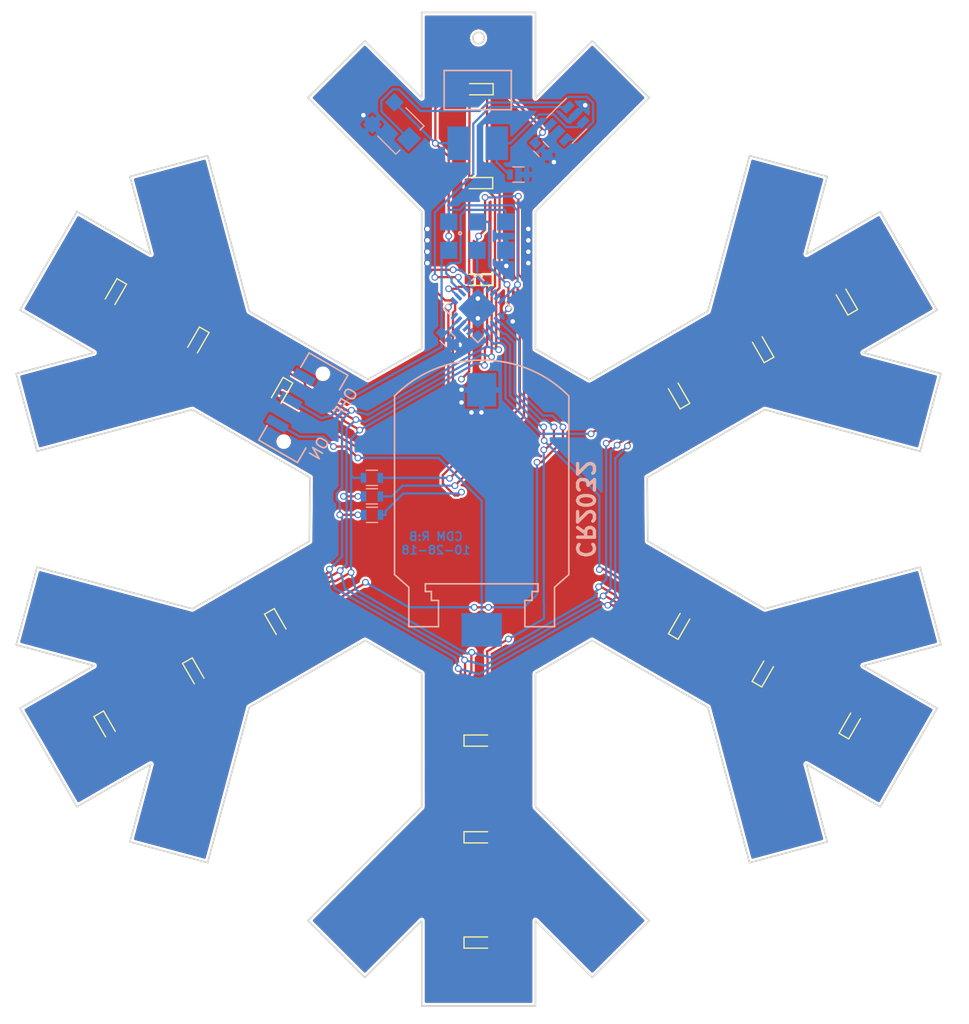
<source format=kicad_pcb>
(kicad_pcb (version 4) (host pcbnew 4.0.5+dfsg1-4)
  (layers (0 F.Cu signal) (31 B.Cu signal) (34 B.Paste user) (35 F.Paste user) (36 B.SilkS user) (37 F.SilkS user) (38 B.Mask user) (39 F.Mask user) (44 Edge.Cuts user))
  (net 0 "")
  (net 1 "Net-(BT1-Pad1)")
  (net 2 GND)
  (net 3 VCC)
  (net 4 SCK)
  (net 5 RST)
  (net 6 "Net-(R7-Pad2)")
  (net 7 "Net-(RV1-Pad2)")
  (net 8 INT0_AVR)
  (net 9 C1)
  (net 10 C2)
  (net 11 C3)
  (net 12 A1)
  (net 13 A2)
  (net 14 A3)
  (net 15 A4)
  (net 16 A5)
  (net 17 A6)
  (net 18 "Net-(D1-Pad1)")
  (net 19 "Net-(D10-Pad1)")
  (net 20 "Net-(D13-Pad1)")
  (module "MOD:GND VIA" (layer F.Cu) (at 153.202393 76.620724 180)
    (fp_text reference "" (at 0 0 180) (layer F.SilkS))
    (fp_text value "" (at 0 0 180) (layer F.SilkS))
    (pad 1 thru_hole circle (at 0 1.27 180) (size 0.6 0.6) (drill 0.4) (layers *.Cu) (net 2 GND))
  )
  (module "MOD:GND VIA" (layer F.Cu) (at 153.202393 77.636724 180)
    (fp_text reference "" (at 0 0 180) (layer F.SilkS))
    (fp_text value "" (at 0 0 180) (layer F.SilkS))
    (pad 1 thru_hole circle (at 0 1.27 180) (size 0.6 0.6) (drill 0.4) (layers *.Cu) (net 2 GND))
  )
  (module "MOD:GND VIA" (layer F.Cu) (at 153.202393 78.652726 180)
    (fp_text reference "" (at 0 0 180) (layer F.SilkS))
    (fp_text value "" (at 0 0 180) (layer F.SilkS))
    (pad 1 thru_hole circle (at 0 1.27 180) (size 0.6 0.6) (drill 0.4) (layers *.Cu) (net 2 GND))
  )
  (module "MOD:GND VIA" (layer F.Cu) (at 153.202393 79.668725 180)
    (fp_text reference "" (at 0 0 180) (layer F.SilkS))
    (fp_text value "" (at 0 0 180) (layer F.SilkS))
    (pad 1 thru_hole circle (at 0 1.27 180) (size 0.6 0.6) (drill 0.4) (layers *.Cu) (net 2 GND))
  )
  (module "MOD:GND VIA" (layer F.Cu) (at 151.805393 84.875725 180)
    (fp_text reference "" (at 0 0 180) (layer F.SilkS))
    (fp_text value "" (at 0 0 180) (layer F.SilkS))
    (pad 1 thru_hole circle (at 0 1.27 180) (size 0.6 0.6) (drill 0.4) (layers *.Cu) (net 2 GND))
  )
  (module "MOD:GND VIA" (layer F.Cu) (at 148.694966 84.600607 180)
    (fp_text reference "" (at 0 0 180) (layer F.SilkS))
    (fp_text value "" (at 0 0 180) (layer F.SilkS))
    (pad 1 thru_hole circle (at 0 1.27 180) (size 0.6 0.6) (drill 0.4) (layers *.Cu) (net 2 GND))
  )
  (module "MOD:GND VIA" (layer F.Cu) (at 148.694966 82.832841 180)
    (fp_text reference "" (at 0 0 180) (layer F.SilkS))
    (fp_text value "" (at 0 0 180) (layer F.SilkS))
    (pad 1 thru_hole circle (at 0 1.27 180) (size 0.6 0.6) (drill 0.4) (layers *.Cu) (net 2 GND))
  )
  (module "MOD:GND VIA" (layer F.Cu) (at 144.185393 76.620724 180)
    (fp_text reference "" (at 0 0 180) (layer F.SilkS))
    (fp_text value "" (at 0 0 180) (layer F.SilkS))
    (pad 1 thru_hole circle (at 0 1.27 180) (size 0.6 0.6) (drill 0.4) (layers *.Cu) (net 2 GND))
  )
  (module "MOD:GND VIA" (layer F.Cu) (at 147.233394 92.114724 180)
    (fp_text reference "" (at 0 0 180) (layer F.SilkS))
    (fp_text value "" (at 0 0 180) (layer F.SilkS))
    (pad 1 thru_hole circle (at 0 1.27 180) (size 0.6 0.6) (drill 0.4) (layers *.Cu) (net 2 GND))
  )
  (module "MOD:GND VIA" (layer F.Cu) (at 148.122393 93.003724 180)
    (fp_text reference "" (at 0 0 180) (layer F.SilkS))
    (fp_text value "" (at 0 0 180) (layer F.SilkS))
    (pad 1 thru_hole circle (at 0 1.27 180) (size 0.6 0.6) (drill 0.4) (layers *.Cu) (net 2 GND))
  )
  (module "MOD:GND VIA" (layer F.Cu) (at 144.185393 77.636724 180)
    (fp_text reference "" (at 0 0 180) (layer F.SilkS))
    (fp_text value "" (at 0 0 180) (layer F.SilkS))
    (pad 1 thru_hole circle (at 0 1.27 180) (size 0.6 0.6) (drill 0.4) (layers *.Cu) (net 2 GND))
  )
  (module "MOD:GND VIA" (layer F.Cu) (at 144.185393 78.652726 180)
    (fp_text reference "" (at 0 0 180) (layer F.SilkS))
    (fp_text value "" (at 0 0 180) (layer F.SilkS))
    (pad 1 thru_hole circle (at 0 1.27 180) (size 0.6 0.6) (drill 0.4) (layers *.Cu) (net 2 GND))
  )
  (module MOD:CR2032HARWIN (layer B.Cu) (at 149.034532 81.103486 180)
    (fp_text reference BT1 hide)
    (fp_text value CR2032)
    (pad 2 smd rect (at 0 -8.6106 180) (size 2.6 3) (layers B.Cu B.Paste B.Mask) (net 2 GND))
    (pad 1 smd rect (at 0 -30.0482 180) (size 3.6 3) (layers B.Cu B.Paste B.Mask) (net 1 "Net-(BT1-Pad1)"))
  )
  (module LEDs:LED_0603 (layer F.Cu) (at 166.537809 90.049092 120)
    (fp_text reference D1 hide)
    (fp_text value LED)
    (pad 2 smd rect (at 0.8 0 300) (size 0.8 0.8) (layers F.Cu F.Paste F.Mask) (net 12 A1))
    (pad 1 smd rect (at -0.8 0 300) (size 0.8 0.8) (layers F.Cu F.Paste F.Mask) (net 18 "Net-(D1-Pad1)"))
  )
  (module Capacitors_SMD:C_0603 (layer B.Cu) (at 145.985724 85.152054 315)
    (fp_text reference C1 hide)
    (fp_text value C)
    (pad 2 smd rect (at 0.75 0 315) (size 0.8 0.75) (layers B.Cu B.Paste B.Mask) (net 2 GND))
    (pad 1 smd rect (at -0.75 0 315) (size 0.8 0.75) (layers B.Cu B.Paste B.Mask) (net 3 VCC))
  )
  (module Capacitors_SMD:C_0603 (layer B.Cu) (at 154.345813 68.205092 135)
    (fp_text reference C2 hide)
    (fp_text value C)
    (pad 2 smd rect (at 0.75 0 135) (size 0.8 0.75) (layers B.Cu B.Paste B.Mask) (net 3 VCC))
    (pad 1 smd rect (at -0.75 0 135) (size 0.8 0.75) (layers B.Cu B.Paste B.Mask) (net 2 GND))
  )
  (module LEDs:LED_0603 (layer F.Cu) (at 166.791814 110.623093 60)
    (fp_text reference D2 hide)
    (fp_text value LED)
    (pad 2 smd rect (at 0.8 0 240) (size 0.8 0.8) (layers F.Cu F.Paste F.Mask) (net 13 A2))
    (pad 1 smd rect (at -0.8 0 240) (size 0.8 0.8) (layers F.Cu F.Paste F.Mask) (net 18 "Net-(D1-Pad1)"))
  )
  (module LEDs:LED_0603 (layer F.Cu) (at 148.757816 121.037093)
    (fp_text reference D3 hide)
    (fp_text value LED)
    (pad 2 smd rect (at 0.8 0 180) (size 0.8 0.8) (layers F.Cu F.Paste F.Mask) (net 14 A3))
    (pad 1 smd rect (at -0.8 0 180) (size 0.8 0.8) (layers F.Cu F.Paste F.Mask) (net 18 "Net-(D1-Pad1)"))
  )
  (module LEDs:LED_0603 (layer F.Cu) (at 130.723815 110.623093 300)
    (fp_text reference D4 hide)
    (fp_text value LED)
    (pad 2 smd rect (at 0.8 0 120) (size 0.8 0.8) (layers F.Cu F.Paste F.Mask) (net 15 A4))
    (pad 1 smd rect (at -0.8 0 120) (size 0.8 0.8) (layers F.Cu F.Paste F.Mask) (net 18 "Net-(D1-Pad1)"))
  )
  (module LEDs:LED_0603 (layer F.Cu) (at 131.085815 89.979913 240)
    (fp_text reference D5 hide)
    (fp_text value LED)
    (pad 2 smd rect (at 0.8 0 60) (size 0.8 0.8) (layers F.Cu F.Paste F.Mask) (net 16 A5))
    (pad 1 smd rect (at -0.8 0 60) (size 0.8 0.8) (layers F.Cu F.Paste F.Mask) (net 18 "Net-(D1-Pad1)"))
  )
  (module LEDs:LED_0603 (layer F.Cu) (at 148.719812 79.889094 180)
    (fp_text reference D6 hide)
    (fp_text value LED)
    (pad 2 smd rect (at 0.8 0) (size 0.8 0.8) (layers F.Cu F.Paste F.Mask) (net 17 A6))
    (pad 1 smd rect (at -0.8 0) (size 0.8 0.8) (layers F.Cu F.Paste F.Mask) (net 18 "Net-(D1-Pad1)"))
  )
  (module LEDs:LED_0603 (layer F.Cu) (at 174.049813 85.915915 120)
    (fp_text reference D7 hide)
    (fp_text value LED)
    (pad 2 smd rect (at 0.8 0 300) (size 0.8 0.8) (layers F.Cu F.Paste F.Mask) (net 12 A1))
    (pad 1 smd rect (at -0.8 0 300) (size 0.8 0.8) (layers F.Cu F.Paste F.Mask) (net 19 "Net-(D10-Pad1)"))
  )
  (module LEDs:LED_0603 (layer F.Cu) (at 174.265811 114.871915 60)
    (fp_text reference D8 hide)
    (fp_text value LED)
    (pad 2 smd rect (at 0.8 0 240) (size 0.8 0.8) (layers F.Cu F.Paste F.Mask) (net 13 A2))
    (pad 1 smd rect (at -0.8 0 240) (size 0.8 0.8) (layers F.Cu F.Paste F.Mask) (net 19 "Net-(D10-Pad1)"))
  )
  (module LEDs:LED_0603 (layer F.Cu) (at 148.757813 129.673092)
    (fp_text reference D9 hide)
    (fp_text value LED)
    (pad 2 smd rect (at 0.8 0 180) (size 0.8 0.8) (layers F.Cu F.Paste F.Mask) (net 14 A3))
    (pad 1 smd rect (at -0.8 0 180) (size 0.8 0.8) (layers F.Cu F.Paste F.Mask) (net 19 "Net-(D10-Pad1)"))
  )
  (module LEDs:LED_0603 (layer F.Cu) (at 123.403614 115.020423 300)
    (fp_text reference D10 hide)
    (fp_text value LED)
    (pad 2 smd rect (at 0.8 0 120) (size 0.8 0.8) (layers F.Cu F.Paste F.Mask) (net 15 A4))
    (pad 1 smd rect (at -0.8 0 120) (size 0.8 0.8) (layers F.Cu F.Paste F.Mask) (net 19 "Net-(D10-Pad1)"))
  )
  (module LEDs:LED_0603 (layer F.Cu) (at 123.611809 85.477091 240)
    (fp_text reference D11 hide)
    (fp_text value LED)
    (pad 2 smd rect (at 0.8 0 60) (size 0.8 0.8) (layers F.Cu F.Paste F.Mask) (net 16 A5))
    (pad 1 smd rect (at -0.8 0 60) (size 0.8 0.8) (layers F.Cu F.Paste F.Mask) (net 19 "Net-(D10-Pad1)"))
  )
  (module LEDs:LED_0603 (layer F.Cu) (at 148.719812 71.253094 180)
    (fp_text reference D12 hide)
    (fp_text value LED)
    (pad 2 smd rect (at 0.8 0) (size 0.8 0.8) (layers F.Cu F.Paste F.Mask) (net 17 A6))
    (pad 1 smd rect (at -0.8 0) (size 0.8 0.8) (layers F.Cu F.Paste F.Mask) (net 19 "Net-(D10-Pad1)"))
  )
  (module LEDs:LED_0603 (layer F.Cu) (at 181.523815 81.667096 120)
    (fp_text reference D13 hide)
    (fp_text value LED)
    (pad 2 smd rect (at 0.8 0 300) (size 0.8 0.8) (layers F.Cu F.Paste F.Mask) (net 12 A1))
    (pad 1 smd rect (at -0.8 0 300) (size 0.8 0.8) (layers F.Cu F.Paste F.Mask) (net 20 "Net-(D13-Pad1)"))
  )
  (module LEDs:LED_0603 (layer F.Cu) (at 182.031814 119.513096 60)
    (fp_text reference D14 hide)
    (fp_text value LED)
    (pad 2 smd rect (at 0.8 0 240) (size 0.8 0.8) (layers F.Cu F.Paste F.Mask) (net 13 A2))
    (pad 1 smd rect (at -0.8 0 240) (size 0.8 0.8) (layers F.Cu F.Paste F.Mask) (net 20 "Net-(D13-Pad1)"))
  )
  (module LEDs:LED_0603 (layer F.Cu) (at 148.757815 139.071094)
    (fp_text reference D15 hide)
    (fp_text value LED)
    (pad 2 smd rect (at 0.8 0 180) (size 0.8 0.8) (layers F.Cu F.Paste F.Mask) (net 14 A3))
    (pad 1 smd rect (at -0.8 0 180) (size 0.8 0.8) (layers F.Cu F.Paste F.Mask) (net 20 "Net-(D13-Pad1)"))
  )
  (module LEDs:LED_0603 (layer F.Cu) (at 115.483811 119.767091 300)
    (fp_text reference D16 hide)
    (fp_text value LED)
    (pad 2 smd rect (at 0.8 0 120) (size 0.8 0.8) (layers F.Cu F.Paste F.Mask) (net 15 A4))
    (pad 1 smd rect (at -0.8 0 120) (size 0.8 0.8) (layers F.Cu F.Paste F.Mask) (net 20 "Net-(D13-Pad1)"))
  )
  (module LEDs:LED_0603 (layer F.Cu) (at 116.245816 81.159095 240)
    (fp_text reference D17 hide)
    (fp_text value LED)
    (pad 2 smd rect (at 0.8 0 60) (size 0.8 0.8) (layers F.Cu F.Paste F.Mask) (net 16 A5))
    (pad 1 smd rect (at -0.8 0 60) (size 0.8 0.8) (layers F.Cu F.Paste F.Mask) (net 20 "Net-(D13-Pad1)"))
  )
  (module LEDs:LED_0603 (layer F.Cu) (at 148.757812 62.87109 180)
    (fp_text reference D18 hide)
    (fp_text value LED)
    (pad 2 smd rect (at 0.8 0) (size 0.8 0.8) (layers F.Cu F.Paste F.Mask) (net 17 A6))
    (pad 1 smd rect (at -0.8 0) (size 0.8 0.8) (layers F.Cu F.Paste F.Mask) (net 20 "Net-(D13-Pad1)"))
  )
  (module "MOD:2.54 ICSP" (layer B.Cu) (at 148.630393 79.795726)
    (fp_text reference P1 hide)
    (fp_text value ICSP)
    (pad 2 connect rect (at -2.54 -2.54) (size 1.524 1.524) (layers B.Cu B.Mask) (net 3 VCC))
    (pad 4 connect rect (at 0 -2.54) (size 1.524 1.524) (layers B.Cu B.Mask) (net 10 C2))
    (pad 3 connect rect (at 0 -5.08) (size 1.524 1.524) (layers B.Cu B.Mask) (net 4 SCK))
    (pad 1 connect rect (at -2.54 -5.08) (size 1.524 1.524) (layers B.Cu B.Mask) (net 9 C1))
    (pad 6 connect rect (at 2.54 -2.54) (size 1.524 1.524) (layers B.Cu B.Mask) (net 2 GND))
    (pad 5 connect rect (at 2.54 -5.08) (size 1.524 1.524) (layers B.Cu B.Mask) (net 5 RST))
  )
  (module Resistors_SMD:R_0603 (layer B.Cu) (at 139.232394 97.575724 180)
    (fp_text reference R1 hide)
    (fp_text value R)
    (pad 1 smd rect (at -0.75 0 180) (size 0.5 0.9) (layers B.Cu B.Paste B.Mask) (net 9 C1))
    (pad 2 smd rect (at 0.75 0 180) (size 0.5 0.9) (layers B.Cu B.Paste B.Mask) (net 18 "Net-(D1-Pad1)"))
  )
  (module Resistors_SMD:R_0603 (layer B.Cu) (at 139.232394 99.226724 180)
    (fp_text reference R2 hide)
    (fp_text value R)
    (pad 1 smd rect (at -0.75 0 180) (size 0.5 0.9) (layers B.Cu B.Paste B.Mask) (net 10 C2))
    (pad 2 smd rect (at 0.75 0 180) (size 0.5 0.9) (layers B.Cu B.Paste B.Mask) (net 19 "Net-(D10-Pad1)"))
  )
  (module Resistors_SMD:R_0603 (layer B.Cu) (at 139.244394 100.877724 180)
    (fp_text reference R3 hide)
    (fp_text value R)
    (pad 1 smd rect (at -0.75 0 180) (size 0.5 0.9) (layers B.Cu B.Paste B.Mask) (net 11 C3))
    (pad 2 smd rect (at 0.75 0 180) (size 0.5 0.9) (layers B.Cu B.Paste B.Mask) (net 20 "Net-(D13-Pad1)"))
  )
  (module MOD:SMT_PHOTORESISTOR (layer B.Cu) (at 148.679813 67.697093)
    (fp_text reference R7 hide)
    (fp_text value R_PHOTO)
    (pad 1 smd rect (at -1.7 0 270) (size 3 2) (layers B.Cu B.Mask) (net 3 VCC))
    (pad 2 smd rect (at 1.7 0 270) (size 3 2) (layers B.Cu B.Mask) (net 6 "Net-(R7-Pad2)"))
  )
  (module Resistors_SMD:R_0603 (layer B.Cu) (at 152.313811 70.491095)
    (fp_text reference R8 hide)
    (fp_text value R)
    (pad 1 smd rect (at -0.75 0) (size 0.5 0.9) (layers B.Cu B.Paste B.Mask) (net 6 "Net-(R7-Pad2)"))
    (pad 2 smd rect (at 0.75 0) (size 0.5 0.9) (layers B.Cu B.Paste B.Mask) (net 2 GND))
  )
  (module Potentiometers:Potentiometer_Trimmer-EVM3E (layer B.Cu) (at 141.391815 66.173099 45)
    (fp_text reference RV1 hide)
    (fp_text value POT)
    (pad 1 smd rect (at -1.4 -1.62 45) (size 1.2 1.2) (layers B.Cu B.Paste B.Mask) (net 2 GND))
    (pad 3 smd rect (at 1.4 -1.62 45) (size 1.2 1.2) (layers B.Cu B.Paste B.Mask) (net 3 VCC))
    (pad 2 smd rect (at 0 1.62 45) (size 1.6 1.5) (layers B.Cu B.Paste B.Mask) (net 7 "Net-(RV1-Pad2)"))
  )
  (module TO_SOT_Packages_SMD:SOT-23-5 (layer B.Cu) (at 156.631813 65.919094 225)
    (fp_text reference U1 hide)
    (fp_text value MCP6541T-I/LT)
    (pad 1 smd rect (at -1.1 0.95 225) (size 1.06 0.65) (layers B.Cu B.Paste B.Mask) (net 8 INT0_AVR))
    (pad 2 smd rect (at -1.1 0 225) (size 1.06 0.65) (layers B.Cu B.Paste B.Mask) (net 2 GND))
    (pad 3 smd rect (at -1.1 -0.95 225) (size 1.06 0.65) (layers B.Cu B.Paste B.Mask) (net 6 "Net-(R7-Pad2)"))
    (pad 4 smd rect (at 1.1 -0.95 225) (size 1.06 0.65) (layers B.Cu B.Paste B.Mask) (net 7 "Net-(RV1-Pad2)"))
    (pad 5 smd rect (at 1.1 0.95 225) (size 1.06 0.65) (layers B.Cu B.Paste B.Mask) (net 3 VCC))
  )
  (module Housings_DFN_QFN:QFN-20-1EP_4x4mm_Pitch0.5mm (layer B.Cu) (at 148.694965 82.446724 135)
    (fp_text reference U2 hide)
    (fp_text value ATTINY24A-M)
    (pad 1 smd rect (at -1.965 1 135) (size 0.73 0.3) (layers B.Cu B.Paste B.Mask) (net 4 SCK))
    (pad 2 smd rect (at -1.965 0.5 135) (size 0.73 0.3) (layers B.Cu B.Paste B.Mask) (net 15 A4))
    (pad 3 smd rect (at -1.965 0 135) (size 0.73 0.3) (layers B.Cu B.Paste B.Mask) (net 14 A3))
    (pad 4 smd rect (at -1.965 -0.5 135) (size 0.73 0.3) (layers B.Cu B.Paste B.Mask) (net 13 A2))
    (pad 5 smd rect (at -1.965 -1 135) (size 0.73 0.3) (layers B.Cu B.Paste B.Mask) (net 12 A1))
    (pad 6 smd rect (at -1 -1.965 45) (size 0.73 0.3) (layers B.Cu B.Paste B.Mask))
    (pad 7 smd rect (at -0.5 -1.965 45) (size 0.73 0.3) (layers B.Cu B.Paste B.Mask))
    (pad 8 smd rect (at 0 -1.965 45) (size 0.73 0.3) (layers B.Cu B.Paste B.Mask) (net 2 GND))
    (pad 9 smd rect (at 0.5 -1.965 45) (size 0.73 0.3) (layers B.Cu B.Paste B.Mask) (net 3 VCC))
    (pad 10 smd rect (at 1 -1.965 45) (size 0.73 0.3) (layers B.Cu B.Paste B.Mask))
    (pad 11 smd rect (at 1.965 -1 135) (size 0.73 0.3) (layers B.Cu B.Paste B.Mask) (net 16 A5))
    (pad 12 smd rect (at 1.965 -0.5 135) (size 0.73 0.3) (layers B.Cu B.Paste B.Mask) (net 17 A6))
    (pad 13 smd rect (at 1.965 0 135) (size 0.73 0.3) (layers B.Cu B.Paste B.Mask) (net 5 RST))
    (pad 14 smd rect (at 1.965 0.5 135) (size 0.73 0.3) (layers B.Cu B.Paste B.Mask) (net 8 INT0_AVR))
    (pad 15 smd rect (at 1.965 1 135) (size 0.73 0.3) (layers B.Cu B.Paste B.Mask) (net 11 C3))
    (pad 16 smd rect (at 1 1.965 45) (size 0.73 0.3) (layers B.Cu B.Paste B.Mask) (net 10 C2))
    (pad 17 smd rect (at 0.5 1.965 45) (size 0.73 0.3) (layers B.Cu B.Paste B.Mask))
    (pad 18 smd rect (at 0 1.965 45) (size 0.73 0.3) (layers B.Cu B.Paste B.Mask))
    (pad 19 smd rect (at -0.5 1.965 45) (size 0.73 0.3) (layers B.Cu B.Paste B.Mask))
    (pad 20 smd rect (at -1 1.965 45) (size 0.73 0.3) (layers B.Cu B.Paste B.Mask) (net 9 C1))
    (pad 8 smd rect (at 0.625 -0.625 135) (size 1.25 1.25) (layers B.Cu B.Paste B.Mask) (net 2 GND))
    (pad 8 smd rect (at 0.625 0.625 135) (size 1.25 1.25) (layers B.Cu B.Paste B.Mask) (net 2 GND))
    (pad 8 smd rect (at -0.625 -0.625 135) (size 1.25 1.25) (layers B.Cu B.Paste B.Mask) (net 2 GND))
    (pad 8 smd rect (at -0.625 0.625 135) (size 1.25 1.25) (layers B.Cu B.Paste B.Mask) (net 2 GND))
  )
  (module "MOD:GND VIA" (layer F.Cu) (at 144.185393 79.668724 180)
    (fp_text reference "" (at 0 0 180) (layer F.SilkS))
    (fp_text value "" (at 0 0 180) (layer F.SilkS))
    (pad 1 thru_hole circle (at 0 1.27 180) (size 0.6 0.6) (drill 0.4) (layers *.Cu) (net 2 GND))
  )
  (module MOD:JS102011JAQN_Handsoldering (layer B.Cu) (at 136.819393 92.876724 60)
    (fp_text reference SW1 hide)
    (fp_text value Push_SW)
    (pad "" np_thru_hole circle (at 3 -4 60) (size 0.9 0.9) (drill 0.9) (layers *.Cu *.Mask))
    (pad "" np_thru_hole circle (at -4 -4 60) (size 0.9 0.9) (drill 0.9) (layers *.Cu *.Mask))
    (pad 3 smd rect (at 1.9 -5.3 60) (size 0.8 2) (layers B.Cu B.Paste B.Mask))
    (pad 2 smd rect (at -0.5 -5.3 60) (size 0.8 2) (layers B.Cu B.Paste B.Mask) (net 3 VCC))
    (pad 1 smd rect (at -2.9 -5.3 60) (size 0.8 2) (layers B.Cu B.Paste B.Mask) (net 1 "Net-(BT1-Pad1)"))
  )
  (gr_text "CDM R:B\n10-28-18" (at 144.947394 103.417725) (layer B.Cu) (effects (font (size 0.75 0.75)) (justify mirror)))
  (gr_text "OFF   ON" (at 135.803393 92.749724 60) (layer B.SilkS) (effects (font (size 1 1)) (justify mirror)))
  (gr_text CR2032 (at 158.282393 100.369724 270) (layer B.SilkS) (effects (font (size 1.5 1.5) (thickness 0.3)) (justify mirror)))
  (gr_circle (center 148.757816 58.299095) (end 148.757815 58.807094) (layer Edge.Cuts) (width 0.15))
  (gr_line (start 163.820014 97.542091) (end 163.870815 103.231695) (layer Edge.Cuts) (width 0.15))
  (gr_line (start 153.837812 115.042694) (end 158.892412 112.09629) (layer Edge.Cuts) (width 0.15))
  (gr_line (start 138.623215 112.096293) (end 143.677812 115.042694) (layer Edge.Cuts) (width 0.15))
  (gr_line (start 133.695613 97.54209) (end 133.644812 103.231694) (layer Edge.Cuts) (width 0.15))
  (gr_line (start 138.87721 88.779093) (end 143.677811 86.03589) (layer Edge.Cuts) (width 0.15))
  (gr_line (start 153.837812 86.061294) (end 158.638415 88.804492) (layer Edge.Cuts) (width 0.15))
  (gr_line (start 189.714004 118.153788) (end 184.634006 126.952609) (layer Edge.Cuts) (width 0.15))
  (gr_line (start 178.034892 123.142605) (end 179.894297 130.082015) (layer Edge.Cuts) (width 0.15))
  (gr_line (start 172.954892 131.941423) (end 169.236075 118.062608) (layer Edge.Cuts) (width 0.15))
  (gr_line (start 179.894297 130.082015) (end 172.954892 131.941423) (layer Edge.Cuts) (width 0.15))
  (gr_line (start 178.034892 123.142605) (end 184.634006 126.952609) (layer Edge.Cuts) (width 0.15))
  (gr_line (start 174.316071 109.263789) (end 163.870815 103.231695) (layer Edge.Cuts) (width 0.15))
  (gr_line (start 188.194893 105.544972) (end 174.316071 109.263789) (layer Edge.Cuts) (width 0.15))
  (gr_line (start 183.114889 114.343786) (end 190.054301 112.484382) (layer Edge.Cuts) (width 0.15))
  (gr_line (start 183.114889 114.343786) (end 189.714004 118.153788) (layer Edge.Cuts) (width 0.15))
  (gr_line (start 158.892412 112.09629) (end 169.236075 118.062608) (layer Edge.Cuts) (width 0.15))
  (gr_line (start 190.054301 112.484382) (end 188.194893 105.544972) (layer Edge.Cuts) (width 0.15))
  (gr_line (start 163.999165 137.111838) (end 153.839163 126.951842) (layer Edge.Cuts) (width 0.15))
  (gr_line (start 153.839163 137.111839) (end 158.919168 142.191843) (layer Edge.Cuts) (width 0.15))
  (gr_line (start 143.67916 137.111839) (end 143.679162 144.731834) (layer Edge.Cuts) (width 0.15))
  (gr_line (start 158.919168 142.191843) (end 163.999165 137.111838) (layer Edge.Cuts) (width 0.15))
  (gr_line (start 153.839163 137.111839) (end 153.839163 144.731839) (layer Edge.Cuts) (width 0.15))
  (gr_line (start 153.839163 144.731839) (end 143.679162 144.731834) (layer Edge.Cuts) (width 0.15))
  (gr_line (start 143.67916 137.111839) (end 138.599161 142.191841) (layer Edge.Cuts) (width 0.15))
  (gr_line (start 153.839163 126.951842) (end 153.837812 115.042694) (layer Edge.Cuts) (width 0.15))
  (gr_line (start 138.599161 142.191841) (end 133.519162 137.111836) (layer Edge.Cuts) (width 0.15))
  (gr_line (start 143.677812 115.042694) (end 143.679162 126.95184) (layer Edge.Cuts) (width 0.15))
  (gr_line (start 133.519162 137.111836) (end 143.679162 126.95184) (layer Edge.Cuts) (width 0.15))
  (gr_line (start 124.561834 131.940784) (end 128.28065 118.061968) (layer Edge.Cuts) (width 0.15))
  (gr_line (start 112.882717 126.951969) (end 107.802719 118.153151) (layer Edge.Cuts) (width 0.15))
  (gr_line (start 119.481829 123.141969) (end 117.62242 130.081381) (layer Edge.Cuts) (width 0.15))
  (gr_line (start 117.62242 130.081381) (end 124.561834 131.940784) (layer Edge.Cuts) (width 0.15))
  (gr_line (start 119.481829 123.141969) (end 112.882717 126.951969) (layer Edge.Cuts) (width 0.15))
  (gr_line (start 114.401828 114.343153) (end 107.802719 118.153151) (layer Edge.Cuts) (width 0.15))
  (gr_line (start 114.401828 114.343153) (end 107.462425 112.48374) (layer Edge.Cuts) (width 0.15))
  (gr_line (start 109.321833 105.544331) (end 123.200649 109.263151) (layer Edge.Cuts) (width 0.15))
  (gr_line (start 133.644812 103.231694) (end 123.200649 109.263151) (layer Edge.Cuts) (width 0.15))
  (gr_line (start 107.462425 112.48374) (end 109.321833 105.544331) (layer Edge.Cuts) (width 0.15))
  (gr_line (start 128.28065 118.061968) (end 138.623215 112.096293) (layer Edge.Cuts) (width 0.15))
  (gr_line (start 183.115645 86.403563) (end 190.055056 88.262969) (layer Edge.Cuts) (width 0.15))
  (gr_line (start 163.820014 97.542091) (end 174.316825 91.483562) (layer Edge.Cuts) (width 0.15))
  (gr_line (start 169.236828 82.684746) (end 158.638415 88.804492) (layer Edge.Cuts) (width 0.15))
  (gr_line (start 188.195646 95.20238) (end 174.316825 91.483562) (layer Edge.Cuts) (width 0.15))
  (gr_line (start 190.055056 88.262969) (end 188.195646 95.20238) (layer Edge.Cuts) (width 0.15))
  (gr_line (start 178.035646 77.604742) (end 184.63476 73.794741) (layer Edge.Cuts) (width 0.15))
  (gr_line (start 178.035646 77.604742) (end 179.895054 70.665331) (layer Edge.Cuts) (width 0.15))
  (gr_line (start 172.955645 68.805922) (end 169.236828 82.684746) (layer Edge.Cuts) (width 0.15))
  (gr_line (start 183.115645 86.403563) (end 189.714755 82.593563) (layer Edge.Cuts) (width 0.15))
  (gr_line (start 179.895054 70.665331) (end 172.955645 68.805922) (layer Edge.Cuts) (width 0.15))
  (gr_line (start 184.63476 73.794741) (end 189.714755 82.593563) (layer Edge.Cuts) (width 0.15))
  (gr_line (start 119.48124 77.603669) (end 112.882126 73.793671) (layer Edge.Cuts) (width 0.15))
  (gr_line (start 124.561236 68.804851) (end 128.280056 82.683668) (layer Edge.Cuts) (width 0.15))
  (gr_line (start 117.62183 70.664262) (end 124.561236 68.804851) (layer Edge.Cuts) (width 0.15))
  (gr_line (start 119.48124 77.603669) (end 117.62183 70.664262) (layer Edge.Cuts) (width 0.15))
  (gr_line (start 123.200056 91.482486) (end 133.695613 97.54209) (layer Edge.Cuts) (width 0.15))
  (gr_line (start 138.87721 88.779093) (end 128.280056 82.683668) (layer Edge.Cuts) (width 0.15))
  (gr_line (start 109.321238 95.201306) (end 123.200056 91.482486) (layer Edge.Cuts) (width 0.15))
  (gr_line (start 107.80213 82.592492) (end 112.882126 73.793671) (layer Edge.Cuts) (width 0.15))
  (gr_line (start 107.461831 88.261897) (end 109.321238 95.201306) (layer Edge.Cuts) (width 0.15))
  (gr_line (start 114.401238 86.402488) (end 107.461831 88.261897) (layer Edge.Cuts) (width 0.15))
  (gr_line (start 114.401238 86.402488) (end 107.80213 82.592492) (layer Edge.Cuts) (width 0.15))
  (gr_line (start 153.837811 63.633097) (end 153.837817 56.013094) (layer Edge.Cuts) (width 0.15))
  (gr_line (start 143.677817 73.793095) (end 143.677811 86.03589) (layer Edge.Cuts) (width 0.15))
  (gr_line (start 133.517815 63.633095) (end 143.677817 73.793095) (layer Edge.Cuts) (width 0.15))
  (gr_line (start 138.597811 58.553092) (end 133.517815 63.633095) (layer Edge.Cuts) (width 0.15))
  (gr_line (start 143.677815 63.633097) (end 138.597811 58.553092) (layer Edge.Cuts) (width 0.15))
  (gr_line (start 163.997815 63.633093) (end 153.837813 73.793092) (layer Edge.Cuts) (width 0.15))
  (gr_line (start 158.917812 58.553094) (end 163.997815 63.633093) (layer Edge.Cuts) (width 0.15))
  (gr_line (start 153.837811 63.633097) (end 158.917812 58.553094) (layer Edge.Cuts) (width 0.15))
  (gr_line (start 153.837812 86.061294) (end 153.837813 73.793092) (layer Edge.Cuts) (width 0.15))
  (gr_line (start 143.677815 56.013095) (end 153.837817 56.013094) (layer Edge.Cuts) (width 0.15))
  (gr_line (start 143.677815 63.633097) (end 143.677815 56.013095) (layer Edge.Cuts) (width 0.15))
  (segment (start 130.779459 92.738198) (end 132.788837 93.898313) (width 0.2032) (layer B.Cu) (net 1))
  (segment (start 132.813592 93.898313) (end 134.919983 93.898313) (width 0.2032) (layer B.Cu) (net 1))
  (segment (start 137.979471 95.797724) (end 145.201393 95.797724) (width 0.2032) (layer B.Cu) (net 1))
  (segment (start 145.201393 95.797724) (end 149.034531 99.630862) (width 0.2032) (layer B.Cu) (net 1))
  (segment (start 149.034531 99.630862) (end 149.034532 111.151685) (width 0.2032) (layer B.Cu) (net 1))
  (segment (start 135.803393 94.781724) (end 136.963471 94.781724) (width 0.2032) (layer F.Cu) (net 1))
  (segment (start 136.963471 94.781724) (end 137.979471 95.797724) (width 0.2032) (layer F.Cu) (net 1))
  (via (at 137.979471 95.797724) (size 0.6) (drill 0.4) (layers F.Cu B.Cu) (net 1))
  (segment (start 134.919983 93.898313) (end 135.803393 94.781724) (width 0.2032) (layer B.Cu) (net 1))
  (via (at 135.803393 94.781724) (size 0.6) (drill 0.4) (layers F.Cu B.Cu) (net 1))
  (segment (start 132.813592 93.898313) (end 132.760983 93.898313) (width 0.2032) (layer B.Cu) (net 1))
  (segment (start 132.769811 93.903411) (end 132.760983 93.898313) (width 0.2032) (layer B.Cu) (net 1))
  (segment (start 132.788837 93.898313) (end 132.769811 93.903411) (width 0.2032) (layer B.Cu) (net 1))
  (segment (start 147.305501 83.836189) (end 147.811083 83.330608) (width 0.2032) (layer B.Cu) (net 2))
  (segment (start 147.811083 83.330608) (end 147.811083 82.446724) (width 0.2032) (layer B.Cu) (net 2))
  (segment (start 139.256353 66.017535) (end 139.256353 65.976683) (width 0.2032) (layer B.Cu) (net 2))
  (segment (start 139.256353 65.976683) (end 138.470392 65.190725) (width 0.2032) (layer B.Cu) (net 2))
  (via (at 138.470392 65.190725) (size 0.6) (drill 0.4) (layers F.Cu B.Cu) (net 2))
  (segment (start 155.488394 69.381726) (end 158.282393 66.587724) (width 0.2032) (layer F.Cu) (net 2))
  (segment (start 158.282393 66.587724) (end 158.282393 64.301724) (width 0.2032) (layer F.Cu) (net 2))
  (segment (start 154.876143 68.735422) (end 154.876143 68.769474) (width 0.2032) (layer B.Cu) (net 2))
  (segment (start 154.876143 68.769474) (end 155.488394 69.381726) (width 0.2032) (layer B.Cu) (net 2))
  (via (at 155.488394 69.381726) (size 0.6) (drill 0.4) (layers F.Cu B.Cu) (net 2))
  (segment (start 157.409631 65.141277) (end 157.442842 65.141276) (width 0.2032) (layer B.Cu) (net 2))
  (segment (start 157.442842 65.141276) (end 158.282393 64.301724) (width 0.2032) (layer B.Cu) (net 2))
  (via (at 158.282393 64.301724) (size 0.6) (drill 0.4) (layers F.Cu B.Cu) (net 2))
  (segment (start 149.034532 89.714085) (end 149.034531 91.710587) (width 0.2032) (layer B.Cu) (net 2))
  (via (at 149.011394 91.733725) (size 0.6) (drill 0.4) (layers F.Cu B.Cu) (net 2))
  (segment (start 149.034531 91.710587) (end 149.011394 91.733725) (width 0.2032) (layer B.Cu) (net 2))
  (segment (start 149.034532 89.714085) (end 147.245753 89.714086) (width 0.2032) (layer B.Cu) (net 2))
  (segment (start 147.245753 89.714086) (end 147.233394 89.701724) (width 0.2032) (layer B.Cu) (net 2))
  (via (at 147.233394 89.701724) (size 0.6) (drill 0.4) (layers F.Cu B.Cu) (net 2))
  (segment (start 151.170394 77.255725) (end 151.170393 78.587295) (width 0.2032) (layer B.Cu) (net 2))
  (segment (start 151.170393 78.587295) (end 151.235823 78.652724) (width 0.2032) (layer B.Cu) (net 2))
  (via (at 151.235823 78.652724) (size 0.6) (drill 0.4) (layers F.Cu B.Cu) (net 2))
  (segment (start 131.979459 90.659737) (end 134.722365 92.243355) (width 0.2032) (layer B.Cu) (net 3))
  (segment (start 134.722365 92.243355) (end 135.676393 91.987724) (width 0.2032) (layer B.Cu) (net 3))
  (segment (start 137.073394 90.590725) (end 135.676393 91.987724) (width 0.2032) (layer B.Cu) (net 3))
  (segment (start 145.455394 84.621724) (end 145.455394 77.890724) (width 0.2032) (layer B.Cu) (net 3))
  (segment (start 145.455394 77.890724) (end 146.090394 77.255724) (width 0.2032) (layer B.Cu) (net 3))
  (segment (start 145.455394 84.621724) (end 145.455394 85.891724) (width 0.2032) (layer B.Cu) (net 3))
  (segment (start 145.455394 85.891724) (end 137.073394 90.590725) (width 0.2032) (layer B.Cu) (net 3))
  (segment (start 155.182244 66.025159) (end 154.472394 66.73501) (width 0.2032) (layer B.Cu) (net 3))
  (segment (start 154.472394 66.73501) (end 153.815484 67.39192) (width 0.2032) (layer B.Cu) (net 3))
  (segment (start 144.895707 67.697092) (end 144.895708 64.584554) (width 0.2032) (layer F.Cu) (net 3))
  (segment (start 144.895708 64.584554) (end 147.313972 62.16629) (width 0.2032) (layer F.Cu) (net 3))
  (segment (start 147.313972 62.16629) (end 150.201654 62.16629) (width 0.2032) (layer F.Cu) (net 3))
  (segment (start 150.201654 62.16629) (end 154.472393 66.437029) (width 0.2032) (layer F.Cu) (net 3))
  (segment (start 154.472393 66.437029) (end 154.472394 66.73501) (width 0.2032) (layer F.Cu) (net 3))
  (via (at 154.472394 66.73501) (size 0.6) (drill 0.4) (layers F.Cu B.Cu) (net 3))
  (segment (start 146.090393 75.985725) (end 146.090394 68.891778) (width 0.2032) (layer F.Cu) (net 3))
  (segment (start 146.090394 68.891778) (end 144.895707 67.697092) (width 0.2032) (layer F.Cu) (net 3))
  (via (at 144.895707 67.697092) (size 0.6) (drill 0.4) (layers F.Cu B.Cu) (net 3))
  (segment (start 146.090394 77.255724) (end 146.090393 75.985725) (width 0.2032) (layer B.Cu) (net 3))
  (via (at 146.090393 75.985725) (size 0.6) (drill 0.4) (layers F.Cu B.Cu) (net 3))
  (segment (start 146.979811 67.697092) (end 144.895707 67.697092) (width 0.2032) (layer B.Cu) (net 3))
  (segment (start 144.895707 67.697092) (end 141.236251 64.037636) (width 0.2032) (layer B.Cu) (net 3))
  (segment (start 146.951948 83.482635) (end 145.812858 84.621724) (width 0.2032) (layer B.Cu) (net 3))
  (segment (start 145.812858 84.621724) (end 145.455394 84.621724) (width 0.2032) (layer B.Cu) (net 3))
  (segment (start 153.815484 67.39192) (end 153.815483 67.674763) (width 0.2032) (layer B.Cu) (net 3))
  (segment (start 151.424393 82.462724) (end 151.424393 80.430724) (width 0.2032) (layer F.Cu) (net 4))
  (segment (start 151.424393 80.430724) (end 151.297394 80.303724) (width 0.2032) (layer F.Cu) (net 4))
  (segment (start 149.697195 74.817327) (end 149.697195 78.703527) (width 0.2032) (layer B.Cu) (net 4))
  (segment (start 149.595594 74.715724) (end 149.697195 74.817327) (width 0.2032) (layer B.Cu) (net 4))
  (segment (start 148.630393 74.715723) (end 149.595594 74.715724) (width 0.2032) (layer B.Cu) (net 4))
  (segment (start 151.424393 82.462724) (end 151.424393 82.496226) (width 0.2032) (layer B.Cu) (net 4))
  (segment (start 151.424393 82.496226) (end 150.791538 83.129082) (width 0.2032) (layer B.Cu) (net 4))
  (segment (start 151.297393 82.335724) (end 151.424393 82.462724) (width 0.2032) (layer F.Cu) (net 4))
  (via (at 151.424393 82.462724) (size 0.6) (drill 0.4) (layers F.Cu B.Cu) (net 4))
  (segment (start 149.697195 78.703527) (end 151.297394 80.303724) (width 0.2032) (layer B.Cu) (net 4))
  (via (at 151.297394 80.303724) (size 0.6) (drill 0.4) (layers F.Cu B.Cu) (net 4))
  (segment (start 146.344393 80.096152) (end 146.344392 79.795725) (width 0.2032) (layer B.Cu) (net 5))
  (segment (start 145.861804 79.313134) (end 145.861803 78.723731) (width 0.2032) (layer B.Cu) (net 5))
  (segment (start 146.344392 79.795725) (end 145.861804 79.313134) (width 0.2032) (layer B.Cu) (net 5))
  (segment (start 147.157195 78.261565) (end 147.157195 74.116282) (width 0.2032) (layer B.Cu) (net 5))
  (segment (start 145.861803 78.723731) (end 146.192061 78.393472) (width 0.2032) (layer B.Cu) (net 5))
  (segment (start 146.192061 78.393472) (end 147.025288 78.393473) (width 0.2032) (layer B.Cu) (net 5))
  (segment (start 147.025288 78.393473) (end 147.157195 78.261565) (width 0.2032) (layer B.Cu) (net 5))
  (segment (start 146.344393 80.096152) (end 147.305501 81.057259) (width 0.2032) (layer B.Cu) (net 5))
  (segment (start 151.170394 74.715724) (end 151.170393 73.750525) (width 0.2032) (layer B.Cu) (net 5))
  (segment (start 151.170393 73.750525) (end 151.068792 73.648923) (width 0.2032) (layer B.Cu) (net 5))
  (segment (start 151.068792 73.648923) (end 147.624553 73.648923) (width 0.2032) (layer B.Cu) (net 5))
  (segment (start 147.624553 73.648923) (end 147.157195 74.116282) (width 0.2032) (layer B.Cu) (net 5))
  (segment (start 150.379811 67.697093) (end 150.379812 69.400292) (width 0.2032) (layer B.Cu) (net 6))
  (segment (start 150.379812 69.400292) (end 151.470614 70.491095) (width 0.2032) (layer B.Cu) (net 6))
  (segment (start 151.470614 70.491095) (end 151.563811 70.491095) (width 0.2032) (layer B.Cu) (net 6))
  (segment (start 158.081382 65.813027) (end 157.635906 66.258504) (width 0.2032) (layer B.Cu) (net 6))
  (segment (start 151.583011 67.697092) (end 150.379811 67.697093) (width 0.2032) (layer B.Cu) (net 6))
  (segment (start 157.635906 66.258504) (end 156.596189 66.258504) (width 0.2032) (layer B.Cu) (net 6))
  (segment (start 156.596189 66.258504) (end 155.453458 65.115775) (width 0.2032) (layer B.Cu) (net 6))
  (segment (start 155.453458 65.115775) (end 154.16433 65.115774) (width 0.2032) (layer B.Cu) (net 6))
  (segment (start 154.16433 65.115774) (end 151.583011 67.697092) (width 0.2032) (layer B.Cu) (net 6))
  (segment (start 142.537327 67.318611) (end 140.082914 64.864198) (width 0.2032) (layer B.Cu) (net 7))
  (segment (start 140.082914 64.864198) (end 140.082913 63.911378) (width 0.2032) (layer B.Cu) (net 7))
  (segment (start 156.253603 64.063114) (end 156.756579 63.560138) (width 0.2032) (layer B.Cu) (net 7))
  (segment (start 140.082913 63.911378) (end 141.109994 62.884299) (width 0.2032) (layer B.Cu) (net 7))
  (segment (start 141.109994 62.884299) (end 141.624967 62.884298) (width 0.2032) (layer B.Cu) (net 7))
  (segment (start 141.624967 62.884298) (end 143.550393 64.809724) (width 0.2032) (layer B.Cu) (net 7))
  (segment (start 143.550393 64.809724) (end 148.853391 64.809725) (width 0.2032) (layer B.Cu) (net 7))
  (segment (start 157.416433 67.368662) (end 157.085367 67.368663) (width 0.2032) (layer B.Cu) (net 7))
  (segment (start 148.853391 64.809725) (end 149.6 64.063115) (width 0.2032) (layer B.Cu) (net 7))
  (segment (start 149.6 64.063115) (end 156.253603 64.063114) (width 0.2032) (layer B.Cu) (net 7))
  (segment (start 156.756579 63.560138) (end 158.435914 63.560139) (width 0.2032) (layer B.Cu) (net 7))
  (segment (start 157.085367 67.368663) (end 156.525747 67.368662) (width 0.2032) (layer B.Cu) (net 7))
  (segment (start 158.435914 63.560139) (end 158.990769 64.114994) (width 0.2032) (layer B.Cu) (net 7))
  (segment (start 158.990769 64.114994) (end 158.990768 65.794328) (width 0.2032) (layer B.Cu) (net 7))
  (segment (start 158.990768 65.794328) (end 157.416433 67.368662) (width 0.2032) (layer B.Cu) (net 7))
  (segment (start 144.850593 79.668725) (end 144.850593 73.882882) (width 0.2032) (layer B.Cu) (net 8))
  (segment (start 144.850593 73.882882) (end 148.284612 70.448864) (width 0.2032) (layer B.Cu) (net 8))
  (segment (start 148.284612 70.448864) (end 148.284613 65.953252) (width 0.2032) (layer B.Cu) (net 8))
  (segment (start 149.768339 64.469524) (end 156.737879 64.469524) (width 0.2032) (layer B.Cu) (net 8))
  (segment (start 148.284613 65.953252) (end 149.768339 64.469524) (width 0.2032) (layer B.Cu) (net 8))
  (segment (start 146.949193 79.651884) (end 144.867435 79.651883) (width 0.2032) (layer F.Cu) (net 8))
  (segment (start 144.867435 79.651883) (end 144.850593 79.668725) (width 0.2032) (layer F.Cu) (net 8))
  (via (at 144.850593 79.668725) (size 0.6) (drill 0.4) (layers F.Cu B.Cu) (net 8))
  (segment (start 147.659054 80.703707) (end 146.949194 79.993845) (width 0.2032) (layer B.Cu) (net 8))
  (segment (start 146.949194 79.993845) (end 146.949193 79.651884) (width 0.2032) (layer B.Cu) (net 8))
  (via (at 146.949193 79.651884) (size 0.6) (drill 0.4) (layers F.Cu B.Cu) (net 8))
  (segment (start 152.237195 80.318709) (end 152.237194 80.742974) (width 0.2032) (layer F.Cu) (net 9))
  (segment (start 152.237194 80.742974) (end 152.440393 80.946173) (width 0.2032) (layer F.Cu) (net 9))
  (segment (start 152.440393 80.946173) (end 152.440393 91.352724) (width 0.2032) (layer F.Cu) (net 9))
  (segment (start 152.440393 91.352724) (end 152.029195 91.763923) (width 0.2032) (layer F.Cu) (net 9))
  (segment (start 152.029195 91.763923) (end 146.170735 97.622384) (width 0.2032) (layer F.Cu) (net 9))
  (via (at 152.237195 80.318709) (size 0.6) (drill 0.4) (layers F.Cu B.Cu) (net 9))
  (segment (start 139.982394 97.575724) (end 146.124075 97.575724) (width 0.2032) (layer B.Cu) (net 9))
  (segment (start 146.124075 97.575724) (end 146.170735 97.622384) (width 0.2032) (layer B.Cu) (net 9))
  (via (at 146.170735 97.622384) (size 0.6) (drill 0.4) (layers F.Cu B.Cu) (net 9))
  (segment (start 146.191994 73.648923) (end 147.049803 73.648923) (width 0.2032) (layer B.Cu) (net 9))
  (segment (start 147.049803 73.648923) (end 147.456212 73.242513) (width 0.2032) (layer B.Cu) (net 9))
  (segment (start 147.456212 73.242513) (end 151.769824 73.242514) (width 0.2032) (layer B.Cu) (net 9))
  (segment (start 151.769824 73.242514) (end 152.237194 73.709883) (width 0.2032) (layer B.Cu) (net 9))
  (segment (start 146.090394 74.715724) (end 146.090393 73.750525) (width 0.2032) (layer B.Cu) (net 9))
  (segment (start 146.090393 73.750525) (end 146.191994 73.648923) (width 0.2032) (layer B.Cu) (net 9))
  (segment (start 152.237195 80.318709) (end 151.120343 81.435563) (width 0.2032) (layer B.Cu) (net 9))
  (segment (start 152.237194 73.709883) (end 152.237195 80.318709) (width 0.2032) (layer B.Cu) (net 9))
  (segment (start 151.120343 81.435563) (end 150.791537 81.764367) (width 0.2032) (layer B.Cu) (net 9))
  (segment (start 152.821393 92.093679) (end 146.942992 97.972081) (width 0.2032) (layer F.Cu) (net 10))
  (segment (start 152.821394 82.335724) (end 152.821393 92.093679) (width 0.2032) (layer F.Cu) (net 10))
  (segment (start 152.821394 82.335724) (end 152.821393 79.922725) (width 0.2032) (layer F.Cu) (net 10))
  (segment (start 152.821393 79.922725) (end 152.313393 79.414725) (width 0.2032) (layer F.Cu) (net 10))
  (segment (start 152.313393 79.414725) (end 152.313394 72.429724) (width 0.2032) (layer F.Cu) (net 10))
  (segment (start 150.69051 72.528607) (end 150.789394 72.429724) (width 0.2032) (layer B.Cu) (net 10))
  (segment (start 150.789394 72.429724) (end 152.313394 72.429724) (width 0.2032) (layer B.Cu) (net 10))
  (segment (start 149.336809 72.528608) (end 150.69051 72.528607) (width 0.2032) (layer B.Cu) (net 10))
  (segment (start 146.942992 97.972081) (end 146.642993 98.272081) (width 0.2032) (layer F.Cu) (net 10))
  (via (at 152.313394 72.429724) (size 0.6) (drill 0.4) (layers F.Cu B.Cu) (net 10))
  (segment (start 148.757394 75.985725) (end 149.336811 75.406309) (width 0.2032) (layer F.Cu) (net 10))
  (segment (start 149.336811 75.406309) (end 149.336809 72.528608) (width 0.2032) (layer F.Cu) (net 10))
  (via (at 149.336809 72.528608) (size 0.6) (drill 0.4) (layers F.Cu B.Cu) (net 10))
  (segment (start 148.630393 77.255724) (end 148.630393 76.112724) (width 0.2032) (layer B.Cu) (net 10))
  (segment (start 148.630393 76.112724) (end 148.757394 75.985725) (width 0.2032) (layer B.Cu) (net 10))
  (via (at 148.757394 75.985725) (size 0.6) (drill 0.4) (layers F.Cu B.Cu) (net 10))
  (segment (start 141.010394 99.226724) (end 141.965038 98.27208) (width 0.2032) (layer B.Cu) (net 10))
  (segment (start 141.965038 98.27208) (end 146.642993 98.272081) (width 0.2032) (layer B.Cu) (net 10))
  (via (at 146.642993 98.272081) (size 0.6) (drill 0.4) (layers F.Cu B.Cu) (net 10))
  (segment (start 140.435593 99.226724) (end 141.010394 99.226724) (width 0.2032) (layer B.Cu) (net 10))
  (segment (start 139.982394 99.226724) (end 140.435593 99.226724) (width 0.2032) (layer B.Cu) (net 10))
  (segment (start 149.377324 80.350152) (end 148.630393 79.603222) (width 0.2032) (layer B.Cu) (net 10))
  (segment (start 148.630393 79.603222) (end 148.630393 77.255724) (width 0.2032) (layer B.Cu) (net 10))
  (segment (start 146.482367 78.998273) (end 144.625939 78.998273) (width 0.2032) (layer F.Cu) (net 11))
  (segment (start 144.625939 78.998273) (end 144.058393 79.565818) (width 0.2032) (layer F.Cu) (net 11))
  (segment (start 146.466604 96.431408) (end 145.565933 97.332079) (width 0.2032) (layer F.Cu) (net 11))
  (segment (start 144.058393 79.565818) (end 144.058393 80.019428) (width 0.2032) (layer F.Cu) (net 11))
  (segment (start 144.058393 80.019428) (end 145.769888 81.730924) (width 0.2032) (layer F.Cu) (net 11))
  (segment (start 146.350498 81.730924) (end 146.664994 82.045419) (width 0.2032) (layer F.Cu) (net 11))
  (segment (start 145.769888 81.730924) (end 146.350498 81.730924) (width 0.2032) (layer F.Cu) (net 11))
  (segment (start 146.664994 82.626029) (end 146.466603 82.82442) (width 0.2032) (layer F.Cu) (net 11))
  (segment (start 146.62153 99.145723) (end 146.933395 99.145724) (width 0.2032) (layer F.Cu) (net 11))
  (segment (start 146.664994 82.045419) (end 146.664994 82.626029) (width 0.2032) (layer F.Cu) (net 11))
  (segment (start 145.565934 98.090127) (end 146.62153 99.145723) (width 0.2032) (layer F.Cu) (net 11))
  (segment (start 146.466603 82.82442) (end 146.466604 96.431408) (width 0.2032) (layer F.Cu) (net 11))
  (segment (start 145.565933 97.332079) (end 145.565934 98.090127) (width 0.2032) (layer F.Cu) (net 11))
  (segment (start 146.933395 99.145724) (end 147.233394 98.845724) (width 0.2032) (layer F.Cu) (net 11))
  (segment (start 148.012608 80.350152) (end 148.012607 79.820191) (width 0.2032) (layer B.Cu) (net 11))
  (segment (start 148.012607 79.820191) (end 147.19069 78.998274) (width 0.2032) (layer B.Cu) (net 11))
  (segment (start 147.19069 78.998274) (end 146.482367 78.998273) (width 0.2032) (layer B.Cu) (net 11))
  (via (at 146.482367 78.998273) (size 0.6) (drill 0.4) (layers F.Cu B.Cu) (net 11))
  (segment (start 146.979393 98.972724) (end 147.106394 98.972725) (width 0.2032) (layer B.Cu) (net 11))
  (segment (start 147.106394 98.972725) (end 147.233394 98.845724) (width 0.2032) (layer B.Cu) (net 11))
  (via (at 147.233394 98.845724) (size 0.6) (drill 0.4) (layers F.Cu B.Cu) (net 11))
  (segment (start 142.026394 98.972725) (end 146.979393 98.972724) (width 0.2032) (layer B.Cu) (net 11))
  (segment (start 140.447594 100.551525) (end 142.026394 98.972725) (width 0.2032) (layer B.Cu) (net 11))
  (segment (start 140.447594 100.877724) (end 140.447594 100.551525) (width 0.2032) (layer B.Cu) (net 11))
  (segment (start 139.994395 100.877724) (end 140.447594 100.877724) (width 0.2032) (layer B.Cu) (net 11))
  (segment (start 150.10828 85.591611) (end 150.200255 85.591611) (width 0.2032) (layer B.Cu) (net 12))
  (segment (start 150.200255 85.591611) (end 150.26463 85.527237) (width 0.2032) (layer B.Cu) (net 12))
  (segment (start 150.26463 85.527237) (end 150.84524 85.527237) (width 0.2032) (layer B.Cu) (net 12))
  (segment (start 150.84524 85.527237) (end 151.159735 85.841733) (width 0.2032) (layer B.Cu) (net 12))
  (segment (start 149.706127 84.8721) (end 149.706127 85.189458) (width 0.2032) (layer B.Cu) (net 12))
  (segment (start 149.706127 85.189458) (end 150.10828 85.591611) (width 0.2032) (layer B.Cu) (net 12))
  (segment (start 151.159736 90.474383) (end 154.329423 93.64407) (width 0.2032) (layer B.Cu) (net 12))
  (segment (start 154.329423 93.64407) (end 158.805758 93.64407) (width 0.2032) (layer B.Cu) (net 12))
  (segment (start 149.377324 84.543296) (end 149.706127 84.8721) (width 0.2032) (layer B.Cu) (net 12))
  (segment (start 151.159735 85.841733) (end 151.159736 90.474383) (width 0.2032) (layer B.Cu) (net 12))
  (segment (start 166.137809 89.356272) (end 158.823075 93.579437) (width 0.2032) (layer F.Cu) (net 12))
  (segment (start 158.823075 93.579437) (end 158.805758 93.64407) (width 0.2032) (layer F.Cu) (net 12))
  (via (at 158.805758 93.64407) (size 0.6) (drill 0.4) (layers F.Cu B.Cu) (net 12))
  (segment (start 181.123813 80.974271) (end 173.649812 85.22309) (width 0.2032) (layer F.Cu) (net 12))
  (segment (start 173.649812 85.22309) (end 166.137811 89.356272) (width 0.2032) (layer F.Cu) (net 12))
  (segment (start 151.566145 90.224477) (end 154.218393 92.876724) (width 0.2032) (layer B.Cu) (net 13))
  (segment (start 154.571895 93.031223) (end 154.372893 93.031223) (width 0.2032) (layer B.Cu) (net 13))
  (segment (start 154.372893 93.031223) (end 154.218393 92.876724) (width 0.2032) (layer B.Cu) (net 13))
  (segment (start 154.615593 94.248871) (end 159.545997 99.179275) (width 0.2032) (layer B.Cu) (net 13))
  (segment (start 159.545997 99.179275) (end 159.545998 105.762246) (width 0.2032) (layer B.Cu) (net 13))
  (segment (start 154.571895 93.031223) (end 154.571894 94.205172) (width 0.2032) (layer F.Cu) (net 13))
  (segment (start 154.571894 94.205172) (end 154.615593 94.248871) (width 0.2032) (layer F.Cu) (net 13))
  (via (at 154.615593 94.248871) (size 0.6) (drill 0.4) (layers F.Cu B.Cu) (net 13))
  (segment (start 154.57933 93.038659) (end 154.571895 93.031223) (width 0.2032) (layer B.Cu) (net 13))
  (via (at 154.571895 93.031223) (size 0.6) (drill 0.4) (layers F.Cu B.Cu) (net 13))
  (segment (start 151.566146 85.673393) (end 151.566145 90.224477) (width 0.2032) (layer B.Cu) (net 13))
  (segment (start 150.281394 84.740259) (end 150.281392 84.875725) (width 0.2032) (layer B.Cu) (net 13))
  (segment (start 150.281392 84.875725) (end 150.526495 85.120828) (width 0.2032) (layer B.Cu) (net 13))
  (segment (start 150.526495 85.120828) (end 151.013581 85.120828) (width 0.2032) (layer B.Cu) (net 13))
  (segment (start 151.013581 85.120828) (end 151.566146 85.673393) (width 0.2032) (layer B.Cu) (net 13))
  (segment (start 149.730877 84.189742) (end 150.281394 84.740259) (width 0.2032) (layer B.Cu) (net 13))
  (segment (start 167.191813 109.930272) (end 159.837359 105.684176) (width 0.2032) (layer F.Cu) (net 13))
  (segment (start 159.837359 105.684176) (end 159.545998 105.762246) (width 0.2032) (layer F.Cu) (net 13))
  (via (at 159.545998 105.762246) (size 0.6) (drill 0.4) (layers F.Cu B.Cu) (net 13))
  (segment (start 182.431813 118.820275) (end 174.665809 114.179096) (width 0.2032) (layer F.Cu) (net 13))
  (segment (start 174.665809 114.179096) (end 167.191811 109.930275) (width 0.2032) (layer F.Cu) (net 13))
  (segment (start 151.426116 111.963736) (end 149.519393 113.069724) (width 0.2032) (layer F.Cu) (net 14))
  (segment (start 154.599393 108.826879) (end 154.599393 110.148725) (width 0.2032) (layer B.Cu) (net 14))
  (segment (start 154.581183 95.069779) (end 154.581183 108.808669) (width 0.2032) (layer B.Cu) (net 14))
  (segment (start 154.581183 108.808669) (end 154.599393 108.826879) (width 0.2032) (layer B.Cu) (net 14))
  (segment (start 155.488395 93.039271) (end 155.488394 94.271176) (width 0.2032) (layer F.Cu) (net 14))
  (segment (start 155.488394 94.271176) (end 154.68979 95.069779) (width 0.2032) (layer F.Cu) (net 14))
  (segment (start 154.68979 95.069779) (end 154.581183 95.069779) (width 0.2032) (layer F.Cu) (net 14))
  (via (at 154.581183 95.069779) (size 0.6) (drill 0.4) (layers F.Cu B.Cu) (net 14))
  (segment (start 155.234394 92.876725) (end 155.488395 93.039271) (width 0.2032) (layer B.Cu) (net 14))
  (via (at 155.488395 93.039271) (size 0.6) (drill 0.4) (layers F.Cu B.Cu) (net 14))
  (segment (start 155.234394 92.798616) (end 155.234394 92.876725) (width 0.2032) (layer B.Cu) (net 14))
  (segment (start 154.342841 92.426422) (end 154.8622 92.426422) (width 0.2032) (layer B.Cu) (net 14))
  (segment (start 154.8622 92.426422) (end 155.234394 92.798616) (width 0.2032) (layer B.Cu) (net 14))
  (segment (start 153.997769 92.081349) (end 154.342841 92.426422) (width 0.2032) (layer B.Cu) (net 14))
  (segment (start 151.972555 90.056136) (end 153.997769 92.081349) (width 0.2032) (layer B.Cu) (net 14))
  (segment (start 151.972556 85.505053) (end 151.972555 90.056136) (width 0.2032) (layer B.Cu) (net 14))
  (segment (start 150.084431 83.836189) (end 150.96266 84.714419) (width 0.2032) (layer B.Cu) (net 14))
  (segment (start 150.96266 84.714419) (end 151.181922 84.714419) (width 0.2032) (layer B.Cu) (net 14))
  (segment (start 151.181922 84.714419) (end 151.972556 85.505053) (width 0.2032) (layer B.Cu) (net 14))
  (segment (start 149.557816 113.832037) (end 149.557815 121.037092) (width 0.2032) (layer F.Cu) (net 14))
  (via (at 151.426116 111.963736) (size 0.6) (drill 0.4) (layers F.Cu B.Cu) (net 14))
  (segment (start 154.599393 110.148725) (end 151.426116 111.963736) (width 0.2032) (layer B.Cu) (net 14))
  (segment (start 149.519393 113.069724) (end 149.557816 113.832037) (width 0.2032) (layer F.Cu) (net 14))
  (segment (start 149.557813 129.673095) (end 149.55781 139.071093) (width 0.2032) (layer F.Cu) (net 14))
  (segment (start 149.557811 121.037097) (end 149.557813 129.673095) (width 0.2032) (layer F.Cu) (net 14))
  (segment (start 142.534393 109.132724) (end 138.65667 106.897753) (width 0.2032) (layer B.Cu) (net 15))
  (via (at 138.65667 106.897753) (size 0.6) (drill 0.4) (layers F.Cu B.Cu) (net 15))
  (segment (start 138.634778 106.979457) (end 138.65667 106.897753) (width 0.2032) (layer F.Cu) (net 15))
  (segment (start 131.123816 111.315913) (end 138.634778 106.979457) (width 0.2032) (layer F.Cu) (net 15))
  (segment (start 150.853691 83.811439) (end 152.378965 85.336713) (width 0.2032) (layer B.Cu) (net 15))
  (segment (start 150.766787 83.811439) (end 150.853691 83.811439) (width 0.2032) (layer B.Cu) (net 15))
  (segment (start 150.766787 83.811439) (end 150.437984 83.482635) (width 0.2032) (layer B.Cu) (net 15))
  (segment (start 152.378965 85.336713) (end 152.378966 89.574725) (width 0.2032) (layer B.Cu) (net 15))
  (segment (start 152.378966 89.574725) (end 152.378966 89.887796) (width 0.2032) (layer B.Cu) (net 15))
  (segment (start 152.378966 89.887796) (end 154.285143 91.793974) (width 0.2032) (layer B.Cu) (net 15))
  (segment (start 155.364242 92.020012) (end 156.250393 92.906164) (width 0.2032) (layer B.Cu) (net 15))
  (segment (start 154.511182 92.020012) (end 155.364242 92.020012) (width 0.2032) (layer B.Cu) (net 15))
  (segment (start 154.285143 91.793974) (end 154.511182 92.020012) (width 0.2032) (layer B.Cu) (net 15))
  (via (at 156.291597 93.03927) (size 0.6) (drill 0.4) (layers F.Cu B.Cu) (net 15))
  (segment (start 156.250393 92.998067) (end 156.291597 93.03927) (width 0.2032) (layer B.Cu) (net 15))
  (segment (start 156.250393 92.906164) (end 156.250393 92.998067) (width 0.2032) (layer B.Cu) (net 15))
  (via (at 153.976383 96.178724) (size 0.6) (drill 0.4) (layers F.Cu B.Cu) (net 15))
  (segment (start 154.367345 96.178724) (end 153.976383 96.178724) (width 0.2032) (layer F.Cu) (net 15))
  (segment (start 156.291597 94.254472) (end 154.367345 96.178724) (width 0.2032) (layer F.Cu) (net 15))
  (segment (start 156.291597 93.03927) (end 156.291597 94.254472) (width 0.2032) (layer F.Cu) (net 15))
  (segment (start 153.976383 96.178724) (end 153.976383 107.977734) (width 0.2032) (layer B.Cu) (net 15))
  (via (at 149.639331 109.132724) (size 0.6) (drill 0.4) (layers F.Cu B.Cu) (net 15))
  (segment (start 152.821393 109.132725) (end 149.639331 109.132724) (width 0.2032) (layer B.Cu) (net 15))
  (segment (start 153.976383 107.977734) (end 152.821393 109.132725) (width 0.2032) (layer B.Cu) (net 15))
  (via (at 148.376393 109.132725) (size 0.6) (drill 0.4) (layers F.Cu B.Cu) (net 15))
  (segment (start 149.639331 109.132724) (end 148.376393 109.132725) (width 0.2032) (layer F.Cu) (net 15))
  (segment (start 148.376393 109.132725) (end 142.534393 109.132724) (width 0.2032) (layer B.Cu) (net 15))
  (segment (start 123.803615 115.713245) (end 115.939023 120.253862) (width 0.2032) (layer F.Cu) (net 15))
  (segment (start 115.939023 120.253862) (end 115.883814 120.459913) (width 0.2032) (layer F.Cu) (net 15))
  (segment (start 123.757812 115.633912) (end 131.123812 111.315914) (width 0.2032) (layer F.Cu) (net 15))
  (segment (start 138.035356 94.830941) (end 140.651198 94.830941) (width 0.2032) (layer F.Cu) (net 16))
  (segment (start 140.651198 94.830941) (end 146.035874 89.446265) (width 0.2032) (layer F.Cu) (net 16))
  (segment (start 146.060194 89.163524) (end 146.035874 89.187843) (width 0.2032) (layer F.Cu) (net 16))
  (segment (start 146.035874 89.187843) (end 146.035874 89.446265) (width 0.2032) (layer F.Cu) (net 16))
  (segment (start 146.060194 82.335724) (end 146.060194 89.163524) (width 0.2032) (layer F.Cu) (net 16))
  (segment (start 146.598394 81.764367) (end 146.598394 81.797524) (width 0.2032) (layer B.Cu) (net 16))
  (via (at 146.060194 82.335724) (size 0.6) (drill 0.4) (layers F.Cu B.Cu) (net 16))
  (segment (start 146.598394 81.797524) (end 146.060194 82.335724) (width 0.2032) (layer B.Cu) (net 16))
  (segment (start 130.685815 90.672733) (end 137.93474 94.857901) (width 0.2032) (layer F.Cu) (net 16))
  (segment (start 137.93474 94.857901) (end 138.035356 94.830941) (width 0.2032) (layer F.Cu) (net 16))
  (segment (start 115.845811 81.851912) (end 123.211813 86.169912) (width 0.2032) (layer F.Cu) (net 16))
  (segment (start 123.211813 86.169912) (end 130.685812 90.672732) (width 0.2032) (layer F.Cu) (net 16))
  (segment (start 146.979394 80.516789) (end 147.895316 80.516789) (width 0.2032) (layer F.Cu) (net 17))
  (segment (start 147.895316 80.516789) (end 147.919811 80.492294) (width 0.2032) (layer F.Cu) (net 17))
  (segment (start 147.231329 88.756069) (end 147.919811 88.06759) (width 0.2032) (layer F.Cu) (net 17))
  (segment (start 147.919811 88.06759) (end 147.919811 80.492294) (width 0.2032) (layer F.Cu) (net 17))
  (segment (start 147.919811 80.492294) (end 147.919811 79.889094) (width 0.2032) (layer F.Cu) (net 17))
  (segment (start 146.084021 80.691098) (end 146.805086 80.691097) (width 0.2032) (layer F.Cu) (net 17))
  (segment (start 146.805086 80.691097) (end 146.979394 80.516789) (width 0.2032) (layer F.Cu) (net 17))
  (segment (start 146.951947 81.410814) (end 146.232232 80.691097) (width 0.2032) (layer B.Cu) (net 17))
  (segment (start 146.232232 80.691097) (end 146.084021 80.691098) (width 0.2032) (layer B.Cu) (net 17))
  (via (at 146.084021 80.691098) (size 0.6) (drill 0.4) (layers F.Cu B.Cu) (net 17))
  (via (at 147.231329 88.756069) (size 0.6) (drill 0.4) (layers F.Cu B.Cu) (net 17))
  (segment (start 147.919813 79.889093) (end 147.919815 71.253095) (width 0.2032) (layer F.Cu) (net 17))
  (segment (start 147.919815 71.253095) (end 147.957813 62.871094) (width 0.2032) (layer F.Cu) (net 17))
  (segment (start 137.581394 97.575724) (end 137.374671 97.369001) (width 0.2032) (layer B.Cu) (net 18))
  (segment (start 137.374671 97.369001) (end 137.37467 94.07403) (width 0.2032) (layer B.Cu) (net 18))
  (segment (start 137.37467 94.07403) (end 137.374673 94.074029) (width 0.2032) (layer B.Cu) (net 18))
  (segment (start 137.374671 106.025134) (end 137.374673 94.074029) (width 0.2032) (layer B.Cu) (net 18))
  (segment (start 137.374673 94.074029) (end 138.145002 93.3037) (width 0.2032) (layer B.Cu) (net 18))
  (segment (start 138.482394 97.575724) (end 137.581394 97.575724) (width 0.2032) (layer B.Cu) (net 18))
  (segment (start 138.145002 93.3037) (end 148.507717 87.320784) (width 0.2032) (layer B.Cu) (net 18))
  (segment (start 148.507717 87.320784) (end 149.284933 87.529038) (width 0.2032) (layer B.Cu) (net 18))
  (segment (start 147.298162 113.054632) (end 137.786806 107.563248) (width 0.2032) (layer B.Cu) (net 18))
  (segment (start 137.786806 107.563248) (end 137.374671 106.025134) (width 0.2032) (layer B.Cu) (net 18))
  (segment (start 147.348511 113.041141) (end 147.298162 113.054632) (width 0.2032) (layer B.Cu) (net 18))
  (segment (start 148.145531 113.154892) (end 147.735726 113.264697) (width 0.2032) (layer B.Cu) (net 18))
  (segment (start 147.735726 113.264697) (end 147.348511 113.041141) (width 0.2032) (layer B.Cu) (net 18))
  (segment (start 148.145531 113.154892) (end 149.803235 113.59907) (width 0.2032) (layer B.Cu) (net 18))
  (segment (start 149.803235 113.59907) (end 159.1356 108.211029) (width 0.2032) (layer B.Cu) (net 18))
  (segment (start 159.1356 108.211029) (end 159.287428 107.644401) (width 0.2032) (layer B.Cu) (net 18))
  (segment (start 159.287428 107.644401) (end 159.41217 107.572379) (width 0.2032) (layer B.Cu) (net 18))
  (segment (start 159.41217 107.572379) (end 159.484562 107.302212) (width 0.2032) (layer B.Cu) (net 18))
  (segment (start 160.1508 94.483849) (end 160.150799 106.635974) (width 0.2032) (layer B.Cu) (net 18))
  (segment (start 160.150799 106.635974) (end 159.484562 107.302212) (width 0.2032) (layer B.Cu) (net 18))
  (segment (start 136.691252 92.292457) (end 136.745748 92.495839) (width 0.2032) (layer F.Cu) (net 18))
  (segment (start 136.745748 92.495839) (end 138.145002 93.3037) (width 0.2032) (layer F.Cu) (net 18))
  (via (at 138.145002 93.3037) (size 0.6) (drill 0.4) (layers F.Cu B.Cu) (net 18))
  (segment (start 135.707013 106.743871) (end 135.954519 106.810188) (width 0.2032) (layer F.Cu) (net 18))
  (segment (start 135.954519 106.810188) (end 137.333417 106.01408) (width 0.2032) (layer F.Cu) (net 18))
  (segment (start 137.333417 106.01408) (end 137.374671 106.025134) (width 0.2032) (layer F.Cu) (net 18))
  (via (at 137.374671 106.025134) (size 0.6) (drill 0.4) (layers F.Cu B.Cu) (net 18))
  (segment (start 147.957813 115.107741) (end 148.115333 114.950223) (width 0.2032) (layer F.Cu) (net 18))
  (segment (start 148.115333 114.950223) (end 148.115332 113.185088) (width 0.2032) (layer F.Cu) (net 18))
  (segment (start 148.115332 113.185088) (end 148.145531 113.154892) (width 0.2032) (layer F.Cu) (net 18))
  (via (at 148.145531 113.154892) (size 0.6) (drill 0.4) (layers F.Cu B.Cu) (net 18))
  (segment (start 161.063099 108.222118) (end 161.02496 108.079782) (width 0.2032) (layer F.Cu) (net 18))
  (segment (start 161.02496 108.079782) (end 159.616796 107.266778) (width 0.2032) (layer F.Cu) (net 18))
  (segment (start 159.616796 107.266778) (end 159.484562 107.302212) (width 0.2032) (layer F.Cu) (net 18))
  (via (at 159.484562 107.302212) (size 0.6) (drill 0.4) (layers F.Cu B.Cu) (net 18))
  (segment (start 161.584343 93.83274) (end 161.416735 93.787834) (width 0.2032) (layer F.Cu) (net 18))
  (segment (start 161.416735 93.787834) (end 160.192054 94.494904) (width 0.2032) (layer F.Cu) (net 18))
  (via (at 160.1508 94.483849) (size 0.6) (drill 0.4) (layers F.Cu B.Cu) (net 18))
  (segment (start 160.192054 94.494904) (end 160.1508 94.483849) (width 0.2032) (layer F.Cu) (net 18))
  (segment (start 149.519813 85.82533) (end 149.315133 86.030008) (width 0.2032) (layer F.Cu) (net 18))
  (segment (start 149.315133 86.030008) (end 149.315134 87.498841) (width 0.2032) (layer F.Cu) (net 18))
  (segment (start 149.315134 87.498841) (end 149.284933 87.529038) (width 0.2032) (layer F.Cu) (net 18))
  (via (at 149.284933 87.529038) (size 0.6) (drill 0.4) (layers F.Cu B.Cu) (net 18))
  (segment (start 131.485813 89.287092) (end 136.031339 91.911452) (width 0.2032) (layer F.Cu) (net 18))
  (segment (start 136.031339 91.911452) (end 136.691252 92.292457) (width 0.2032) (layer F.Cu) (net 18))
  (segment (start 149.519814 79.889094) (end 149.519813 85.82533) (width 0.2032) (layer F.Cu) (net 18))
  (segment (start 135.707013 106.743871) (end 135.71079 106.741697) (width 0.2032) (layer F.Cu) (net 18))
  (segment (start 135.597033 106.807372) (end 135.707013 106.743871) (width 0.2032) (layer F.Cu) (net 18))
  (segment (start 131.193848 109.349551) (end 135.597033 106.807372) (width 0.2032) (layer F.Cu) (net 18))
  (segment (start 130.846197 109.628673) (end 131.168997 109.442306) (width 0.2032) (layer F.Cu) (net 18))
  (segment (start 131.168997 109.442306) (end 131.193848 109.349551) (width 0.2032) (layer F.Cu) (net 18))
  (segment (start 147.957814 115.985441) (end 147.957813 115.107741) (width 0.2032) (layer F.Cu) (net 18))
  (segment (start 163.709217 109.749857) (end 161.063099 108.222118) (width 0.2032) (layer F.Cu) (net 18))
  (segment (start 164.870971 91.935202) (end 161.584343 93.83274) (width 0.2032) (layer F.Cu) (net 18))
  (segment (start 130.323813 109.930271) (end 130.846197 109.628673) (width 0.2032) (layer F.Cu) (net 18))
  (segment (start 147.957814 115.985441) (end 147.967816 115.975439) (width 0.2032) (layer F.Cu) (net 18))
  (segment (start 147.957815 121.037093) (end 147.957814 115.985441) (width 0.2032) (layer F.Cu) (net 18))
  (segment (start 165.863954 110.993897) (end 163.709217 109.749857) (width 0.2032) (layer F.Cu) (net 18))
  (segment (start 166.391815 111.315913) (end 165.869425 111.014315) (width 0.2032) (layer F.Cu) (net 18))
  (segment (start 165.869425 111.014315) (end 165.863954 110.993897) (width 0.2032) (layer F.Cu) (net 18))
  (segment (start 166.937814 90.741913) (end 164.870971 91.935202) (width 0.2032) (layer F.Cu) (net 18))
  (segment (start 136.968264 99.331855) (end 136.968262 93.207103) (width 0.2032) (layer B.Cu) (net 19))
  (segment (start 136.968262 93.207103) (end 137.802593 92.37277) (width 0.2032) (layer B.Cu) (net 19))
  (segment (start 136.397259 105.85621) (end 136.968262 105.285206) (width 0.2032) (layer B.Cu) (net 19))
  (segment (start 136.968262 105.285206) (end 136.968264 99.331855) (width 0.2032) (layer B.Cu) (net 19))
  (segment (start 136.968264 99.331855) (end 136.968264 99.331855) (width 0.2032) (layer B.Cu) (net 19))
  (segment (start 136.968264 99.331855) (end 136.797525 99.331856) (width 0.2032) (layer B.Cu) (net 19))
  (segment (start 136.797525 99.331856) (end 136.692394 99.226724) (width 0.2032) (layer B.Cu) (net 19))
  (segment (start 137.979471 99.226724) (end 136.692394 99.226724) (width 0.2032) (layer F.Cu) (net 19))
  (via (at 136.692394 99.226724) (size 0.6) (drill 0.4) (layers F.Cu B.Cu) (net 19))
  (segment (start 138.482394 99.226724) (end 137.979471 99.226724) (width 0.2032) (layer B.Cu) (net 19))
  (via (at 137.979471 99.226724) (size 0.6) (drill 0.4) (layers F.Cu B.Cu) (net 19))
  (segment (start 138.582596 92.581773) (end 149.05529 86.535359) (width 0.2032) (layer B.Cu) (net 19))
  (segment (start 149.05529 86.535359) (end 149.919931 86.767037) (width 0.2032) (layer B.Cu) (net 19))
  (segment (start 137.802593 92.37277) (end 138.582596 92.581773) (width 0.2032) (layer B.Cu) (net 19))
  (segment (start 149.926223 86.239095) (end 149.926223 86.76075) (width 0.2032) (layer F.Cu) (net 19))
  (segment (start 149.926223 86.76075) (end 149.919931 86.767037) (width 0.2032) (layer F.Cu) (net 19))
  (via (at 149.919931 86.767037) (size 0.6) (drill 0.4) (layers F.Cu B.Cu) (net 19))
  (segment (start 149.92622 80.752681) (end 149.926223 86.239095) (width 0.2032) (layer F.Cu) (net 19))
  (segment (start 149.519814 71.253092) (end 149.519811 71.856291) (width 0.2032) (layer F.Cu) (net 19))
  (segment (start 149.519811 71.856291) (end 150.224612 72.561094) (width 0.2032) (layer F.Cu) (net 19))
  (segment (start 150.224612 72.561094) (end 150.224612 80.45429) (width 0.2032) (layer F.Cu) (net 19))
  (segment (start 150.224612 80.45429) (end 149.92622 80.752681) (width 0.2032) (layer F.Cu) (net 19))
  (segment (start 147.510533 113.844089) (end 147.399557 113.780016) (width 0.2032) (layer B.Cu) (net 19))
  (segment (start 147.399557 113.780016) (end 147.336932 113.546296) (width 0.2032) (layer B.Cu) (net 19))
  (segment (start 147.336932 113.546296) (end 136.83282 107.481746) (width 0.2032) (layer B.Cu) (net 19))
  (segment (start 136.83282 107.481746) (end 136.397259 105.85621) (width 0.2032) (layer B.Cu) (net 19))
  (segment (start 159.890474 108.12315) (end 159.523051 108.335283) (width 0.2032) (layer B.Cu) (net 19))
  (segment (start 159.523051 108.335283) (end 159.48459 108.478818) (width 0.2032) (layer B.Cu) (net 19))
  (segment (start 159.48459 108.478818) (end 149.341785 114.334773) (width 0.2032) (layer B.Cu) (net 19))
  (segment (start 149.341785 114.334773) (end 147.920337 113.953895) (width 0.2032) (layer B.Cu) (net 19))
  (segment (start 147.920337 113.953895) (end 147.510533 113.844089) (width 0.2032) (layer B.Cu) (net 19))
  (segment (start 161.128209 94.652775) (end 160.557211 95.223777) (width 0.2032) (layer B.Cu) (net 19))
  (segment (start 160.557211 95.223777) (end 160.557211 107.456417) (width 0.2032) (layer B.Cu) (net 19))
  (segment (start 160.557211 107.456417) (end 160.190474 107.823151) (width 0.2032) (layer B.Cu) (net 19))
  (segment (start 160.190474 107.823151) (end 159.890474 108.12315) (width 0.2032) (layer B.Cu) (net 19))
  (segment (start 137.422379 92.24529) (end 137.693714 92.401946) (width 0.2032) (layer F.Cu) (net 19))
  (segment (start 137.693714 92.401946) (end 137.802593 92.37277) (width 0.2032) (layer F.Cu) (net 19))
  (via (at 137.802593 92.37277) (size 0.6) (drill 0.4) (layers F.Cu B.Cu) (net 19))
  (segment (start 135.925515 106.14844) (end 136.39096 105.879714) (width 0.2032) (layer F.Cu) (net 19))
  (segment (start 136.39096 105.879714) (end 136.397259 105.85621) (width 0.2032) (layer F.Cu) (net 19))
  (via (at 136.397259 105.85621) (size 0.6) (drill 0.4) (layers F.Cu B.Cu) (net 19))
  (segment (start 147.551402 114.498155) (end 147.551402 113.884957) (width 0.2032) (layer F.Cu) (net 19))
  (segment (start 147.551402 113.884957) (end 147.510533 113.844089) (width 0.2032) (layer F.Cu) (net 19))
  (via (at 147.510533 113.844089) (size 0.6) (drill 0.4) (layers F.Cu B.Cu) (net 19))
  (segment (start 160.397954 108.307377) (end 160.019146 108.088675) (width 0.2032) (layer F.Cu) (net 19))
  (segment (start 160.019146 108.088675) (end 159.890474 108.12315) (width 0.2032) (layer F.Cu) (net 19))
  (via (at 159.890474 108.12315) (size 0.6) (drill 0.4) (layers F.Cu B.Cu) (net 19))
  (segment (start 161.42212 94.395683) (end 161.155916 94.549378) (width 0.2032) (layer F.Cu) (net 19))
  (segment (start 161.155916 94.549378) (end 161.128209 94.652775) (width 0.2032) (layer F.Cu) (net 19))
  (via (at 161.128209 94.652775) (size 0.6) (drill 0.4) (layers F.Cu B.Cu) (net 19))
  (segment (start 124.534201 85.085872) (end 124.548055 85.137581) (width 0.2032) (layer F.Cu) (net 19))
  (segment (start 124.011814 84.784268) (end 124.534201 85.085872) (width 0.2032) (layer F.Cu) (net 19))
  (segment (start 124.548055 85.137581) (end 130.046493 88.312109) (width 0.2032) (layer F.Cu) (net 19))
  (segment (start 130.046493 88.312109) (end 130.266463 88.439108) (width 0.2032) (layer F.Cu) (net 19))
  (segment (start 132.395796 88.998639) (end 132.455158 89.220179) (width 0.2032) (layer F.Cu) (net 19))
  (segment (start 131.058892 88.226778) (end 132.395796 88.998639) (width 0.2032) (layer F.Cu) (net 19))
  (segment (start 130.266463 88.439108) (end 131.058892 88.226778) (width 0.2032) (layer F.Cu) (net 19))
  (segment (start 132.533172 89.265217) (end 132.583028 89.451288) (width 0.2032) (layer F.Cu) (net 19))
  (segment (start 132.455158 89.220179) (end 132.533172 89.265217) (width 0.2032) (layer F.Cu) (net 19))
  (segment (start 132.583028 89.451288) (end 135.906577 91.37014) (width 0.2032) (layer F.Cu) (net 19))
  (segment (start 135.906577 91.37014) (end 137.422379 92.24529) (width 0.2032) (layer F.Cu) (net 19))
  (segment (start 130.985536 109.000538) (end 135.925515 106.14844) (width 0.2032) (layer F.Cu) (net 19))
  (segment (start 147.551402 115.817107) (end 147.551402 114.498155) (width 0.2032) (layer F.Cu) (net 19))
  (segment (start 163.506009 110.101816) (end 160.397954 108.307377) (width 0.2032) (layer F.Cu) (net 19))
  (segment (start 165.944325 91.784787) (end 161.42212 94.395683) (width 0.2032) (layer F.Cu) (net 19))
  (segment (start 128.855527 110.843227) (end 129.13418 109.803272) (width 0.2032) (layer F.Cu) (net 19))
  (segment (start 129.13418 109.803272) (end 130.670682 108.916173) (width 0.2032) (layer F.Cu) (net 19))
  (segment (start 130.670682 108.916173) (end 130.985536 109.000538) (width 0.2032) (layer F.Cu) (net 19))
  (segment (start 122.957812 114.248275) (end 128.855527 110.843227) (width 0.2032) (layer F.Cu) (net 19))
  (segment (start 147.253011 120.500245) (end 147.551404 120.201856) (width 0.2032) (layer F.Cu) (net 19))
  (segment (start 147.551404 120.201856) (end 147.551402 115.817107) (width 0.2032) (layer F.Cu) (net 19))
  (segment (start 147.967816 122.579437) (end 147.253013 121.864636) (width 0.2032) (layer F.Cu) (net 19))
  (segment (start 147.253013 121.864636) (end 147.253011 120.500245) (width 0.2032) (layer F.Cu) (net 19))
  (segment (start 147.96782 129.059887) (end 147.967816 122.579437) (width 0.2032) (layer F.Cu) (net 19))
  (segment (start 147.95781 129.673096) (end 147.957811 129.069892) (width 0.2032) (layer F.Cu) (net 19))
  (segment (start 147.957811 129.069892) (end 147.96782 129.059887) (width 0.2032) (layer F.Cu) (net 19))
  (segment (start 165.177794 111.067021) (end 163.506009 110.101816) (width 0.2032) (layer F.Cu) (net 19))
  (segment (start 167.726696 112.020317) (end 166.685487 112.299302) (width 0.2032) (layer F.Cu) (net 19))
  (segment (start 166.685487 112.299302) (end 165.292488 111.495053) (width 0.2032) (layer F.Cu) (net 19))
  (segment (start 165.292488 111.495053) (end 165.177794 111.067021) (width 0.2032) (layer F.Cu) (net 19))
  (segment (start 173.865815 115.564739) (end 167.726696 112.020317) (width 0.2032) (layer F.Cu) (net 19))
  (segment (start 166.306024 91.57596) (end 165.944325 91.784787) (width 0.2032) (layer F.Cu) (net 19))
  (segment (start 174.449812 86.608733) (end 168.041146 90.308779) (width 0.2032) (layer F.Cu) (net 19))
  (segment (start 168.041146 90.308779) (end 167.847796 91.03037) (width 0.2032) (layer F.Cu) (net 19))
  (segment (start 167.847796 91.03037) (end 166.713633 91.68518) (width 0.2032) (layer F.Cu) (net 19))
  (segment (start 166.713633 91.68518) (end 166.306024 91.57596) (width 0.2032) (layer F.Cu) (net 19))
  (segment (start 136.561852 98.46216) (end 136.561851 92.380405) (width 0.2032) (layer B.Cu) (net 20))
  (segment (start 136.561851 92.380405) (end 136.56185 92.380402) (width 0.2032) (layer B.Cu) (net 20))
  (segment (start 136.363462 100.877724) (end 136.363462 99.792898) (width 0.2032) (layer B.Cu) (net 20))
  (segment (start 136.363462 99.792898) (end 136.087592 99.517029) (width 0.2032) (layer B.Cu) (net 20))
  (segment (start 136.087592 99.517029) (end 136.087592 98.936419) (width 0.2032) (layer B.Cu) (net 20))
  (segment (start 136.087592 98.936419) (end 136.561852 98.46216) (width 0.2032) (layer B.Cu) (net 20))
  (segment (start 135.443552 105.728339) (end 136.561852 104.610042) (width 0.2032) (layer B.Cu) (net 20))
  (segment (start 136.561852 104.610042) (end 136.561853 101.076115) (width 0.2032) (layer B.Cu) (net 20))
  (segment (start 136.561853 101.076115) (end 136.363462 100.877724) (width 0.2032) (layer B.Cu) (net 20))
  (segment (start 137.979471 100.877724) (end 136.363462 100.877724) (width 0.2032) (layer F.Cu) (net 20))
  (via (at 136.363462 100.877724) (size 0.6) (drill 0.4) (layers F.Cu B.Cu) (net 20))
  (segment (start 138.494394 100.877724) (end 137.979471 100.877724) (width 0.2032) (layer B.Cu) (net 20))
  (via (at 137.979471 100.877724) (size 0.6) (drill 0.4) (layers F.Cu B.Cu) (net 20))
  (segment (start 138.890166 91.934914) (end 149.452623 85.836676) (width 0.2032) (layer B.Cu) (net 20))
  (segment (start 149.452623 85.836676) (end 150.554934 86.132039) (width 0.2032) (layer B.Cu) (net 20))
  (segment (start 137.405229 91.537026) (end 138.890166 91.934914) (width 0.2032) (layer B.Cu) (net 20))
  (segment (start 136.56185 92.380402) (end 137.405229 91.537026) (width 0.2032) (layer B.Cu) (net 20))
  (segment (start 146.687983 113.640907) (end 135.893862 107.408919) (width 0.2032) (layer B.Cu) (net 20))
  (segment (start 135.893862 107.408919) (end 135.443552 105.728339) (width 0.2032) (layer B.Cu) (net 20))
  (segment (start 146.946602 114.606086) (end 146.687983 113.640907) (width 0.2032) (layer B.Cu) (net 20))
  (segment (start 160.295082 108.946352) (end 159.743576 108.798575) (width 0.2032) (layer B.Cu) (net 20))
  (segment (start 159.743576 108.798575) (end 148.81674 115.107187) (width 0.2032) (layer B.Cu) (net 20))
  (segment (start 148.81674 115.107187) (end 147.356408 114.715895) (width 0.2032) (layer B.Cu) (net 20))
  (segment (start 147.356408 114.715895) (end 146.946602 114.606086) (width 0.2032) (layer B.Cu) (net 20))
  (segment (start 162.052672 94.729996) (end 160.96362 95.819047) (width 0.2032) (layer B.Cu) (net 20))
  (segment (start 160.96362 95.819047) (end 160.963621 108.277814) (width 0.2032) (layer B.Cu) (net 20))
  (segment (start 160.963621 108.277814) (end 160.595082 108.646351) (width 0.2032) (layer B.Cu) (net 20))
  (segment (start 160.595082 108.646351) (end 160.295082 108.946352) (width 0.2032) (layer B.Cu) (net 20))
  (segment (start 137.209634 91.653182) (end 137.253176 91.57777) (width 0.2032) (layer F.Cu) (net 20))
  (segment (start 137.253176 91.57777) (end 137.405229 91.537026) (width 0.2032) (layer F.Cu) (net 20))
  (via (at 137.405229 91.537026) (size 0.6) (drill 0.4) (layers F.Cu B.Cu) (net 20))
  (segment (start 135.335555 106.019774) (end 135.370935 105.999349) (width 0.2032) (layer F.Cu) (net 20))
  (via (at 135.443552 105.728339) (size 0.6) (drill 0.4) (layers F.Cu B.Cu) (net 20))
  (segment (start 135.370935 105.999349) (end 135.443552 105.728339) (width 0.2032) (layer F.Cu) (net 20))
  (segment (start 147.144993 115.031565) (end 147.144993 114.804477) (width 0.2032) (layer F.Cu) (net 20))
  (segment (start 147.144993 114.804477) (end 146.946602 114.606086) (width 0.2032) (layer F.Cu) (net 20))
  (via (at 146.946602 114.606086) (size 0.6) (drill 0.4) (layers F.Cu B.Cu) (net 20))
  (segment (start 160.733578 108.970435) (end 160.566086 108.873736) (width 0.2032) (layer F.Cu) (net 20))
  (segment (start 160.566086 108.873736) (end 160.295082 108.946352) (width 0.2032) (layer F.Cu) (net 20))
  (via (at 160.295082 108.946352) (size 0.6) (drill 0.4) (layers F.Cu B.Cu) (net 20))
  (segment (start 162.153248 94.442847) (end 162.12529 94.458988) (width 0.2032) (layer F.Cu) (net 20))
  (segment (start 162.12529 94.458988) (end 162.052672 94.729996) (width 0.2032) (layer F.Cu) (net 20))
  (via (at 162.052672 94.729996) (size 0.6) (drill 0.4) (layers F.Cu B.Cu) (net 20))
  (segment (start 150.332633 85.835038) (end 150.332633 85.90974) (width 0.2032) (layer F.Cu) (net 20))
  (segment (start 150.332633 85.90974) (end 150.554934 86.132039) (width 0.2032) (layer F.Cu) (net 20))
  (via (at 150.554934 86.132039) (size 0.6) (drill 0.4) (layers F.Cu B.Cu) (net 20))
  (segment (start 137.035666 91.552737) (end 137.209634 91.653182) (width 0.2032) (layer F.Cu) (net 20))
  (segment (start 135.825831 90.85424) (end 137.035666 91.552737) (width 0.2032) (layer F.Cu) (net 20))
  (segment (start 150.332632 80.921024) (end 150.332633 85.835038) (width 0.2032) (layer F.Cu) (net 20))
  (segment (start 133.314153 89.404118) (end 135.825831 90.85424) (width 0.2032) (layer F.Cu) (net 20))
  (segment (start 134.213882 106.667372) (end 135.335555 106.019774) (width 0.2032) (layer F.Cu) (net 20))
  (segment (start 147.144991 116.483438) (end 147.144993 115.031565) (width 0.2032) (layer F.Cu) (net 20))
  (segment (start 163.302801 110.453779) (end 160.733578 108.970435) (width 0.2032) (layer F.Cu) (net 20))
  (segment (start 162.698925 94.127802) (end 162.153248 94.442847) (width 0.2032) (layer F.Cu) (net 20))
  (segment (start 166.14753 92.136753) (end 162.698925 94.127802) (width 0.2032) (layer F.Cu) (net 20))
  (segment (start 125.05839 84.962941) (end 130.32388 88.002975) (width 0.2032) (layer F.Cu) (net 20))
  (segment (start 130.32388 88.002975) (end 131.116313 87.790643) (width 0.2032) (layer F.Cu) (net 20))
  (segment (start 131.116313 87.790643) (end 133.204934 88.996511) (width 0.2032) (layer F.Cu) (net 20))
  (segment (start 133.204934 88.996511) (end 133.314153 89.404118) (width 0.2032) (layer F.Cu) (net 20))
  (segment (start 122.696387 83.959574) (end 123.581984 83.722279) (width 0.2032) (layer F.Cu) (net 20))
  (segment (start 123.581984 83.722279) (end 124.935315 84.503625) (width 0.2032) (layer F.Cu) (net 20))
  (segment (start 124.935315 84.503625) (end 125.05839 84.962941) (width 0.2032) (layer F.Cu) (net 20))
  (segment (start 116.645814 80.466272) (end 122.696387 83.959574) (width 0.2032) (layer F.Cu) (net 20))
  (segment (start 130.928121 108.564407) (end 134.213882 106.667372) (width 0.2032) (layer F.Cu) (net 20))
  (segment (start 123.676478 113.364069) (end 128.506535 110.575437) (width 0.2032) (layer F.Cu) (net 20))
  (segment (start 128.506535 110.575437) (end 128.785189 109.535482) (width 0.2032) (layer F.Cu) (net 20))
  (segment (start 128.785189 109.535482) (end 130.613267 108.48004) (width 0.2032) (layer F.Cu) (net 20))
  (segment (start 130.613267 108.48004) (end 130.928121 108.564407) (width 0.2032) (layer F.Cu) (net 20))
  (segment (start 121.605485 115.308984) (end 122.018665 113.766962) (width 0.2032) (layer F.Cu) (net 20))
  (segment (start 122.018665 113.766962) (end 123.020798 113.188383) (width 0.2032) (layer F.Cu) (net 20))
  (segment (start 123.020798 113.188383) (end 123.676478 113.364069) (width 0.2032) (layer F.Cu) (net 20))
  (segment (start 115.083812 119.074271) (end 121.605485 115.308984) (width 0.2032) (layer F.Cu) (net 20))
  (segment (start 147.144995 120.033512) (end 147.144991 116.483438) (width 0.2032) (layer F.Cu) (net 20))
  (segment (start 147.561408 128.827846) (end 147.561409 122.747777) (width 0.2032) (layer F.Cu) (net 20))
  (segment (start 147.561409 122.747777) (end 146.846599 122.032975) (width 0.2032) (layer F.Cu) (net 20))
  (segment (start 146.846599 122.032975) (end 146.846602 120.331903) (width 0.2032) (layer F.Cu) (net 20))
  (segment (start 146.846602 120.331903) (end 147.144995 120.033512) (width 0.2032) (layer F.Cu) (net 20))
  (segment (start 147.957813 131.459432) (end 147.253011 130.754635) (width 0.2032) (layer F.Cu) (net 20))
  (segment (start 147.253011 130.754635) (end 147.25301 129.136244) (width 0.2032) (layer F.Cu) (net 20))
  (segment (start 147.25301 129.136244) (end 147.561408 128.827846) (width 0.2032) (layer F.Cu) (net 20))
  (segment (start 147.957812 139.071096) (end 147.957813 131.459432) (width 0.2032) (layer F.Cu) (net 20))
  (segment (start 164.828802 111.334814) (end 163.302801 110.453779) (width 0.2032) (layer F.Cu) (net 20))
  (segment (start 164.943492 111.76284) (end 164.828802 111.334814) (width 0.2032) (layer F.Cu) (net 20))
  (segment (start 166.628069 112.735433) (end 166.628072 112.735436) (width 0.2032) (layer F.Cu) (net 20))
  (segment (start 166.628072 112.735436) (end 164.943492 111.76284) (width 0.2032) (layer F.Cu) (net 20))
  (segment (start 172.861213 115.454011) (end 167.669278 112.45644) (width 0.2032) (layer F.Cu) (net 20))
  (segment (start 167.669278 112.45644) (end 166.628069 112.735433) (width 0.2032) (layer F.Cu) (net 20))
  (segment (start 181.631817 120.205914) (end 174.847474 116.288972) (width 0.2032) (layer F.Cu) (net 20))
  (segment (start 174.847474 116.288972) (end 174.070994 116.497029) (width 0.2032) (layer F.Cu) (net 20))
  (segment (start 174.070994 116.497029) (end 172.970438 115.861619) (width 0.2032) (layer F.Cu) (net 20))
  (segment (start 172.970438 115.861619) (end 172.861213 115.454011) (width 0.2032) (layer F.Cu) (net 20))
  (segment (start 166.363444 92.012095) (end 166.14753 92.136753) (width 0.2032) (layer F.Cu) (net 20))
  (segment (start 173.806233 87.449584) (end 168.390134 90.576569) (width 0.2032) (layer F.Cu) (net 20))
  (segment (start 168.390134 90.576569) (end 168.196788 91.29816) (width 0.2032) (layer F.Cu) (net 20))
  (segment (start 168.196788 91.29816) (end 166.771048 92.121308) (width 0.2032) (layer F.Cu) (net 20))
  (segment (start 166.771048 92.121308) (end 166.363444 92.012095) (width 0.2032) (layer F.Cu) (net 20))
  (segment (start 175.761164 85.928058) (end 175.482255 86.968971) (width 0.2032) (layer F.Cu) (net 20))
  (segment (start 175.482255 86.968971) (end 174.382404 87.603967) (width 0.2032) (layer F.Cu) (net 20))
  (segment (start 174.382404 87.603967) (end 173.806233 87.449584) (width 0.2032) (layer F.Cu) (net 20))
  (segment (start 181.398212 82.673513) (end 175.761164 85.928058) (width 0.2032) (layer F.Cu) (net 20))
  (segment (start 181.923811 82.359916) (end 181.401429 82.661511) (width 0.2032) (layer F.Cu) (net 20))
  (segment (start 181.401429 82.661511) (end 181.398212 82.673513) (width 0.2032) (layer F.Cu) (net 20))
  (segment (start 149.519815 69.729094) (end 150.631024 70.840303) (width 0.2032) (layer F.Cu) (net 20))
  (segment (start 150.631024 70.840303) (end 150.631022 80.622633) (width 0.2032) (layer F.Cu) (net 20))
  (segment (start 150.631022 80.622633) (end 150.332632 80.921024) (width 0.2032) (layer F.Cu) (net 20))
  (segment (start 149.519814 69.221094) (end 149.519815 69.729094) (width 0.2032) (layer F.Cu) (net 20))
  (segment (start 149.519815 63.512296) (end 149.519814 69.221094) (width 0.2032) (layer F.Cu) (net 20))
  (segment (start 149.55781 62.871091) (end 149.55781 63.474294) (width 0.2032) (layer F.Cu) (net 20))
  (segment (start 149.55781 63.474294) (end 149.519815 63.512296) (width 0.2032) (layer F.Cu) (net 20))
  (zone (net 2) (net_name GND) (layer F.Cu) (connect_pads (clearance 0.2032)) (min_thickness 0.2032) (fill yes (arc_segments 16) (thermal_gap 0.2032) (thermal_bridge_width 0.508))
    (polygon (pts (xy 192.572394 146.343724) (xy 106.212394 146.343724) (xy 106.212394 54.903724) (xy 192.572394 54.903724)))
  )
  (zone (net 2) (net_name GND) (layer B.Cu) (connect_pads (clearance 0.2032)) (min_thickness 0.2032) (fill yes (arc_segments 16) (thermal_gap 0.2032) (thermal_bridge_width 0.508))
    (polygon (pts (xy 192.378277 146.343724) (xy 106.018277 146.343724) (xy 106.018277 54.903724) (xy 192.378277 54.903724)))
  )
)
</source>
